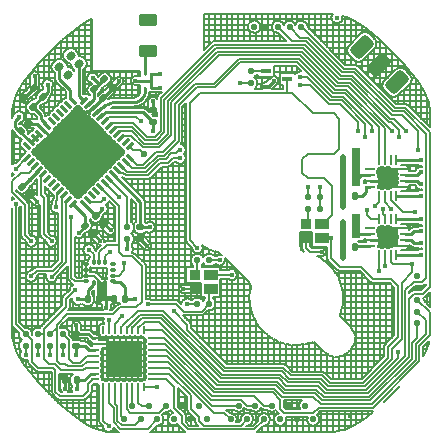
<source format=gtl>
G04*
G04 #@! TF.GenerationSoftware,Altium Limited,Altium Designer,20.0.13 (296)*
G04*
G04 Layer_Physical_Order=1*
G04 Layer_Color=255*
%FSLAX25Y25*%
%MOIN*%
G70*
G01*
G75*
%ADD10C,0.00787*%
%ADD11C,0.00984*%
%ADD12C,0.00591*%
G04:AMPARAMS|DCode=14|XSize=25.59mil|YSize=21.65mil|CornerRadius=5.41mil|HoleSize=0mil|Usage=FLASHONLY|Rotation=270.000|XOffset=0mil|YOffset=0mil|HoleType=Round|Shape=RoundedRectangle|*
%AMROUNDEDRECTD14*
21,1,0.02559,0.01083,0,0,270.0*
21,1,0.01476,0.02165,0,0,270.0*
1,1,0.01083,-0.00541,-0.00738*
1,1,0.01083,-0.00541,0.00738*
1,1,0.01083,0.00541,0.00738*
1,1,0.01083,0.00541,-0.00738*
%
%ADD14ROUNDEDRECTD14*%
%ADD15O,0.03347X0.00984*%
%ADD16O,0.00984X0.03347*%
%ADD17R,0.06693X0.06693*%
%ADD18R,0.00984X0.00984*%
G04:AMPARAMS|DCode=19|XSize=25.59mil|YSize=21.65mil|CornerRadius=5.41mil|HoleSize=0mil|Usage=FLASHONLY|Rotation=45.000|XOffset=0mil|YOffset=0mil|HoleType=Round|Shape=RoundedRectangle|*
%AMROUNDEDRECTD19*
21,1,0.02559,0.01083,0,0,45.0*
21,1,0.01476,0.02165,0,0,45.0*
1,1,0.01083,0.00905,0.00139*
1,1,0.01083,-0.00139,-0.00905*
1,1,0.01083,-0.00905,-0.00139*
1,1,0.01083,0.00139,0.00905*
%
%ADD19ROUNDEDRECTD19*%
G04:AMPARAMS|DCode=20|XSize=21.65mil|YSize=21.65mil|CornerRadius=5.41mil|HoleSize=0mil|Usage=FLASHONLY|Rotation=90.000|XOffset=0mil|YOffset=0mil|HoleType=Round|Shape=RoundedRectangle|*
%AMROUNDEDRECTD20*
21,1,0.02165,0.01083,0,0,90.0*
21,1,0.01083,0.02165,0,0,90.0*
1,1,0.01083,0.00541,0.00541*
1,1,0.01083,0.00541,-0.00541*
1,1,0.01083,-0.00541,-0.00541*
1,1,0.01083,-0.00541,0.00541*
%
%ADD20ROUNDEDRECTD20*%
%ADD21R,0.04528X0.03347*%
%ADD22R,0.03740X0.03347*%
%ADD23R,0.04528X0.03819*%
%ADD24R,0.03740X0.03819*%
%ADD25R,0.03347X0.01772*%
G04:AMPARAMS|DCode=26|XSize=21.65mil|YSize=21.65mil|CornerRadius=5.41mil|HoleSize=0mil|Usage=FLASHONLY|Rotation=0.000|XOffset=0mil|YOffset=0mil|HoleType=Round|Shape=RoundedRectangle|*
%AMROUNDEDRECTD26*
21,1,0.02165,0.01083,0,0,0.0*
21,1,0.01083,0.02165,0,0,0.0*
1,1,0.01083,0.00541,-0.00541*
1,1,0.01083,-0.00541,-0.00541*
1,1,0.01083,-0.00541,0.00541*
1,1,0.01083,0.00541,0.00541*
%
%ADD26ROUNDEDRECTD26*%
%ADD27O,0.01378X0.02362*%
%ADD28O,0.02362X0.01378*%
%ADD29O,0.00984X0.02756*%
%ADD30O,0.02756X0.00984*%
%ADD31R,0.12402X0.12402*%
G04:AMPARAMS|DCode=32|XSize=25.59mil|YSize=21.65mil|CornerRadius=5.41mil|HoleSize=0mil|Usage=FLASHONLY|Rotation=180.000|XOffset=0mil|YOffset=0mil|HoleType=Round|Shape=RoundedRectangle|*
%AMROUNDEDRECTD32*
21,1,0.02559,0.01083,0,0,180.0*
21,1,0.01476,0.02165,0,0,180.0*
1,1,0.01083,-0.00738,0.00541*
1,1,0.01083,0.00738,0.00541*
1,1,0.01083,0.00738,-0.00541*
1,1,0.01083,-0.00738,-0.00541*
%
%ADD32ROUNDEDRECTD32*%
%ADD33P,0.31180X4X180.0*%
G04:AMPARAMS|DCode=34|XSize=9.84mil|YSize=33.47mil|CornerRadius=0mil|HoleSize=0mil|Usage=FLASHONLY|Rotation=135.000|XOffset=0mil|YOffset=0mil|HoleType=Round|Shape=Round|*
%AMOVALD34*
21,1,0.02362,0.00984,0.00000,0.00000,225.0*
1,1,0.00984,0.00835,0.00835*
1,1,0.00984,-0.00835,-0.00835*
%
%ADD34OVALD34*%

G04:AMPARAMS|DCode=35|XSize=9.84mil|YSize=33.47mil|CornerRadius=0mil|HoleSize=0mil|Usage=FLASHONLY|Rotation=225.000|XOffset=0mil|YOffset=0mil|HoleType=Round|Shape=Round|*
%AMOVALD35*
21,1,0.02362,0.00984,0.00000,0.00000,315.0*
1,1,0.00984,-0.00835,0.00835*
1,1,0.00984,0.00835,-0.00835*
%
%ADD35OVALD35*%

G04:AMPARAMS|DCode=36|XSize=39.37mil|YSize=62.99mil|CornerRadius=9.84mil|HoleSize=0mil|Usage=FLASHONLY|Rotation=90.000|XOffset=0mil|YOffset=0mil|HoleType=Round|Shape=RoundedRectangle|*
%AMROUNDEDRECTD36*
21,1,0.03937,0.04331,0,0,90.0*
21,1,0.01968,0.06299,0,0,90.0*
1,1,0.01968,0.02165,0.00984*
1,1,0.01968,0.02165,-0.00984*
1,1,0.01968,-0.02165,-0.00984*
1,1,0.01968,-0.02165,0.00984*
%
%ADD36ROUNDEDRECTD36*%
G04:AMPARAMS|DCode=37|XSize=27.56mil|YSize=29.53mil|CornerRadius=6.89mil|HoleSize=0mil|Usage=FLASHONLY|Rotation=315.000|XOffset=0mil|YOffset=0mil|HoleType=Round|Shape=RoundedRectangle|*
%AMROUNDEDRECTD37*
21,1,0.02756,0.01575,0,0,315.0*
21,1,0.01378,0.02953,0,0,315.0*
1,1,0.01378,-0.00070,-0.01044*
1,1,0.01378,-0.01044,-0.00070*
1,1,0.01378,0.00070,0.01044*
1,1,0.01378,0.01044,0.00070*
%
%ADD37ROUNDEDRECTD37*%
G04:AMPARAMS|DCode=38|XSize=25.59mil|YSize=21.65mil|CornerRadius=5.41mil|HoleSize=0mil|Usage=FLASHONLY|Rotation=135.000|XOffset=0mil|YOffset=0mil|HoleType=Round|Shape=RoundedRectangle|*
%AMROUNDEDRECTD38*
21,1,0.02559,0.01083,0,0,135.0*
21,1,0.01476,0.02165,0,0,135.0*
1,1,0.01083,-0.00139,0.00905*
1,1,0.01083,0.00905,-0.00139*
1,1,0.01083,0.00139,-0.00905*
1,1,0.01083,-0.00905,0.00139*
%
%ADD38ROUNDEDRECTD38*%
%ADD66C,0.02165*%
%ADD67R,0.03150X0.12992*%
%ADD68R,0.03150X0.08268*%
G04:AMPARAMS|DCode=69|XSize=78.74mil|YSize=47.24mil|CornerRadius=11.81mil|HoleSize=0mil|Usage=FLASHONLY|Rotation=225.000|XOffset=0mil|YOffset=0mil|HoleType=Round|Shape=RoundedRectangle|*
%AMROUNDEDRECTD69*
21,1,0.07874,0.02362,0,0,225.0*
21,1,0.05512,0.04724,0,0,225.0*
1,1,0.02362,-0.02784,-0.01114*
1,1,0.02362,0.01114,0.02784*
1,1,0.02362,0.02784,0.01114*
1,1,0.02362,-0.01114,-0.02784*
%
%ADD69ROUNDEDRECTD69*%
%ADD70C,0.02362*%
%ADD71C,0.01772*%
%ADD72C,0.02165*%
G36*
X30413Y51968D02*
Y47244D01*
Y45866D01*
X36909D01*
Y47244D01*
X33760D01*
Y49114D01*
Y51968D01*
X30413D01*
D02*
G37*
D10*
X135264Y119617D02*
X135099Y120446D01*
X134630Y121149D01*
Y118086D02*
X135099Y118789D01*
X135264Y119617D01*
X132960Y122819D02*
X131989Y123379D01*
X130868D01*
X129897Y122819D01*
X127670Y114189D02*
X128641Y113628D01*
X129762D01*
X130733Y114189D01*
X137041Y91043D02*
X137822Y90686D01*
X138681Y90715D01*
Y90387D02*
X137800Y90412D01*
X137006Y90031D01*
X136474Y89328D01*
X133970Y110944D02*
X133065Y111319D01*
X134449Y89567D02*
X134045Y90541D01*
X133071Y90945D01*
X133970Y110944D02*
X133065Y111319D01*
X127165Y90238D02*
X128281Y89868D01*
X121149Y134630D02*
X120178Y135190D01*
X119057D01*
X118086Y134630D01*
X123453Y131429D02*
X123288Y132257D01*
X122819Y132960D01*
Y129897D02*
X123288Y130600D01*
X123453Y131429D01*
X126000Y118921D02*
X125440Y117951D01*
Y116830D01*
X126000Y115859D01*
X123879Y89900D02*
X125197Y90238D01*
X125197D02*
X126181Y89862D01*
X127165Y90238D01*
X114189Y130733D02*
X113628Y129762D01*
Y128641D01*
X114189Y127670D01*
X117333Y124035D02*
X116428Y124409D01*
X117333Y124035D02*
X116428Y124409D01*
X115859Y126000D02*
X116830Y125440D01*
X117951D01*
X118921Y126000D01*
X136474Y83900D02*
X137006Y83197D01*
X137800Y82816D01*
X138681Y82841D01*
Y82513D02*
X137822Y82543D01*
X137041Y82185D01*
Y71358D02*
X137822Y71001D01*
X138681Y71030D01*
Y70702D02*
X137822Y70731D01*
X137041Y70374D01*
X134358Y89075D02*
X134449Y89567D01*
X130537Y88189D02*
X130432Y87365D01*
X130789Y86614D01*
X128281Y89868D02*
X128550Y88706D01*
X129626Y88189D01*
X134449Y83661D02*
X134358Y84153D01*
X133071Y82284D02*
X134045Y82687D01*
X134449Y83661D01*
X130789Y86614D02*
X130432Y85864D01*
X130537Y85039D01*
X135925Y70374D02*
X134881Y69942D01*
Y63917D02*
X135925Y63484D01*
Y70374D02*
X134880Y69940D01*
Y63918D02*
X135925Y63484D01*
X137041D02*
X137822Y63127D01*
X138681Y63156D01*
Y62828D02*
X137822Y62857D01*
X137041Y62500D01*
X134449Y69882D02*
X134045Y70856D01*
X133071Y71260D01*
X134374Y69434D02*
X134449Y69882D01*
X130458Y68273D02*
X130789Y66929D01*
X134449Y63976D02*
X134374Y64424D01*
X133071Y62598D02*
X134045Y63002D01*
X134449Y63976D01*
X130789Y66929D02*
X130458Y65585D01*
X129528Y85039D02*
X128454Y84525D01*
X128182Y83366D01*
X125591Y85630D02*
X125158Y86674D01*
X124114Y87106D01*
Y84153D02*
X125158Y84586D01*
X125591Y85630D01*
X128182Y83366D02*
X127165Y82990D01*
X126181Y83366D01*
X125197Y82990D01*
X127165Y70553D02*
X128509Y70222D01*
X125197Y70553D02*
X126181Y70177D01*
X127165Y70553D01*
X125197Y82990D02*
X123879Y83328D01*
X123879Y70215D02*
X125197Y70553D01*
X123541Y88583D02*
X123917Y89567D01*
X123879Y89900D01*
X123833Y87106D02*
X123917Y87598D01*
X123541Y88583D01*
X119868Y86122D02*
X119873Y85123D01*
X123917Y83661D02*
X123833Y84153D01*
X119873Y85123D02*
X119193Y84842D01*
X123879Y83328D02*
X123917Y83661D01*
X123917Y69882D02*
X123879Y70215D01*
X119873Y85123D02*
X119193Y84842D01*
X119873Y85123D02*
X119193Y84842D01*
X126191Y67904D02*
X125787Y66948D01*
X125787D02*
X124705Y67421D01*
X126191Y67904D02*
X125787Y66948D01*
X128509Y63637D02*
X127165Y63305D01*
X126181Y63681D01*
X125197Y63305D01*
X124705Y64468D02*
X125749Y64901D01*
X126181Y65945D01*
X125197Y63305D02*
X123879Y63643D01*
X123541Y68898D02*
X123917Y69882D01*
X123833Y67421D02*
X123917Y67913D01*
X123541Y68898D01*
X123917Y63976D02*
X123833Y64468D01*
X119868Y66437D02*
Y65453D01*
X123879Y63643D02*
X123917Y63976D01*
X117706Y65453D02*
X117433Y65650D01*
X108863Y141328D02*
X108400Y140413D01*
X108489Y139392D01*
X109103Y138571D01*
X110058Y138198D01*
X111066Y138383D01*
X111825Y139073D01*
X112106Y140059D01*
X111965Y140773D01*
X100492Y137106D02*
X100266Y138046D01*
X99638Y138780D01*
X98744Y139148D01*
X97781Y139070D01*
X96958Y138563D01*
X96457Y137736D01*
X92520D02*
X91973Y138606D01*
X91075Y139106D01*
X90048Y139111D01*
X89145Y138621D01*
X88589Y137757D01*
X88518Y136732D01*
X88949Y135800D01*
X89776Y135190D01*
X90794Y135054D01*
X96457Y137736D02*
X95907Y138609D01*
X95004Y139108D01*
X93972D01*
X93069Y138609D01*
X92520Y137736D01*
X98195Y122237D02*
X97206Y122052D01*
X96457Y121383D01*
X90316Y118051D02*
X90748Y119095D01*
X90280Y120173D01*
X89173Y120568D01*
X88535Y120374D01*
X88228Y120138D01*
X86516Y118602D02*
X85581Y118269D01*
X85069Y117419D01*
X85210Y116437D01*
X84744Y137106D02*
X84507Y138067D01*
X83851Y138807D01*
X82926Y139158D01*
X81944Y139039D01*
X81130Y138477D01*
X80670Y137601D01*
Y136612D01*
X81130Y135736D01*
X81944Y135174D01*
X82926Y135054D01*
X83851Y135405D01*
X84507Y136146D01*
X84744Y137106D01*
X82675Y120276D02*
X83471Y120965D01*
X69390Y132382D02*
X68485Y132007D01*
X69390Y132382D02*
X68485Y132007D01*
X83661Y118848D02*
X83391Y119716D01*
X82675Y120276D01*
X82885Y116437D02*
X83453Y116996D01*
X83661Y117766D01*
X51378Y115307D02*
X51869Y115391D01*
X50670Y114192D02*
X50295Y113287D01*
X50670Y114192D02*
X50295Y113287D01*
Y112833D02*
X49638Y113592D01*
X48648Y113755D01*
X47782Y113247D01*
X47441Y112303D01*
X47736Y115392D02*
X48228Y115307D01*
X47736Y115392D02*
X48228Y115307D01*
X47736Y115392D02*
X48228Y115307D01*
X47736Y115392D02*
X48228Y115307D01*
X44333Y114236D02*
X44783Y115307D01*
X46418Y112145D02*
X46975Y112823D01*
X47390Y113596D01*
X47647Y114434D01*
X47736Y115307D01*
X101279Y66693D02*
X100876Y67667D01*
X99902Y68071D01*
X98927Y67667D01*
X98524Y66693D01*
X59941Y65847D02*
X60344Y64872D01*
X59237Y94587D02*
X59684Y95212D01*
X59842Y95965D01*
X59941Y65847D02*
X60344Y64872D01*
X59842Y93209D02*
X59684Y93961D01*
X59237Y94587D01*
X106595Y61910D02*
X106191Y62884D01*
X105217Y63287D01*
X98524Y63386D02*
X98927Y62411D01*
X98524Y63386D02*
X98927Y62411D01*
X65650Y63386D02*
X65454Y64218D01*
X61911Y63305D02*
X62195Y62393D01*
X62891Y61740D01*
X63820Y61516D01*
X64738Y61780D01*
X65406Y62462D01*
X65650Y63386D01*
X58385Y98018D02*
X58760Y98923D01*
X58385Y98018D02*
X58760Y98923D01*
X59842Y95965D02*
X59627Y96836D01*
X59030Y97507D01*
X58189Y97822D01*
X56609Y91929D02*
X57564Y91384D01*
X58661Y91470D01*
X59519Y92157D01*
X59842Y93209D01*
X54119Y90447D02*
X55023Y90821D01*
X54119Y90447D02*
X55023Y90821D01*
X48478Y107843D02*
X49560Y107923D01*
X50295Y108722D01*
X47441Y109252D02*
X47508Y108812D01*
X46615Y109705D02*
X45571Y110138D01*
X46616Y109704D02*
X45571Y110138D01*
X50295Y107241D02*
X49656Y107382D01*
X47235Y86221D02*
X48140Y86595D01*
X47235Y86221D02*
X48140Y86595D01*
X49705Y70177D02*
X49425Y71161D01*
X48671Y71850D01*
X47666Y72040D01*
X46712Y71673D01*
X48411Y64089D02*
X47979Y65133D01*
X46712Y68682D02*
X47666Y68315D01*
X48671Y68504D01*
X49425Y69194D01*
X49705Y70177D01*
X45891Y63045D02*
X46935Y62612D01*
X47979Y63045D01*
X48411Y64089D01*
X46712Y71673D02*
X46260Y72054D01*
Y78684D02*
X45826Y79729D01*
X46260Y78684D02*
X45827Y79728D01*
X45522Y68110D02*
X46712Y68682D01*
X138583Y50689D02*
X139487Y51064D01*
X138583Y50689D02*
X139487Y51064D01*
X139051Y46764D02*
X139783Y47127D01*
X139051Y46764D02*
X139783Y47127D01*
X139173Y46063D02*
X139051Y46764D01*
X121438Y52048D02*
X122343Y51673D01*
X121438Y52048D02*
X122343Y51673D01*
X135827Y49311D02*
X134922Y48936D01*
X135827Y49311D02*
X134922Y48936D01*
X126457Y31220D02*
X126083Y30315D01*
X126457Y31220D02*
X126083Y30315D01*
X110414Y55985D02*
X111319Y55610D01*
X110414Y55985D02*
X111319Y55610D01*
X105217Y60532D02*
X106191Y60935D01*
X106595Y61910D01*
X106988Y59941D02*
X107363Y59036D01*
X106988Y59941D02*
X107363Y59036D01*
X106318Y21771D02*
X105413Y22146D01*
X106318Y21771D02*
X105413Y22146D01*
X98542Y12500D02*
X97795Y11724D01*
X97540Y10678D01*
X97846Y9646D01*
X93274Y24330D02*
X92369Y24705D01*
X93274Y24330D02*
X92369Y24705D01*
X90103Y9328D02*
X90434Y8754D01*
X90103Y9328D02*
X90434Y8754D01*
X86959Y9449D02*
X87645Y8886D01*
X88503Y8663D01*
X89376Y8820D01*
X90103Y9328D01*
X84950Y9824D02*
X85855Y9449D01*
X84950Y9824D02*
X85855Y9449D01*
X100495Y7087D02*
X100300Y6058D01*
X100635Y5066D01*
X101412Y4365D01*
X102434Y4135D01*
X103437Y4435D01*
X104164Y5188D01*
X104429Y6201D01*
X104235Y7075D01*
X103689Y7785D01*
X93405Y6201D02*
X93206Y7087D01*
X90956Y8232D02*
X90024Y7796D01*
X89418Y6965D01*
X89288Y5945D01*
X89665Y4988D01*
X90457Y4332D01*
X91467Y4138D01*
X92445Y4455D01*
X93150Y5205D01*
X93405Y6201D01*
X81448Y9449D02*
X82273Y8822D01*
X83300Y8674D01*
X84269Y9044D01*
X84936Y9838D01*
X87894Y6201D02*
X87663Y7151D01*
X87021Y7888D01*
X86112Y8248D01*
X85139Y8150D01*
X84320Y7616D01*
X83838Y6765D01*
X83801Y5788D01*
X85767Y4135D02*
X86826Y4391D01*
X87607Y5150D01*
X87894Y6201D01*
X73032Y59252D02*
X72873Y60006D01*
X71916Y60963D02*
X70857Y61097D01*
X69897Y60630D01*
Y57874D02*
X70856Y57407D01*
X71914Y57540D01*
X72727Y58230D01*
X73032Y59252D01*
X77067Y54449D02*
X76763Y55471D01*
X75950Y56161D01*
X74891Y56294D01*
X73933Y55827D01*
X69534Y60630D02*
X68983Y61136D01*
X68258Y61319D01*
X67175D02*
X66308Y61048D01*
X65748Y60332D01*
X68258Y57185D02*
X68983Y57368D01*
X69534Y57874D01*
X65748Y58171D02*
X66308Y57456D01*
X67175Y57185D01*
X73933Y53071D02*
X74891Y52604D01*
X75950Y52737D01*
X76763Y53427D01*
X77067Y54449D01*
X69784Y45226D02*
X69600Y45951D01*
X69095Y46502D01*
X66339D02*
X65748Y45766D01*
X65748Y60332D02*
X65188Y61048D01*
X64321Y61319D01*
X65158Y57435D02*
X65748Y58171D01*
X63238Y61319D02*
X62159Y60872D01*
X61713Y59793D01*
Y58711D02*
X61896Y57986D01*
X62402Y57435D01*
X64213Y49705D02*
X63809Y50679D01*
X62835Y51083D01*
X46555Y57382D02*
X46180Y58287D01*
X46555Y57382D02*
X46180Y58287D01*
X62835Y48327D02*
X63809Y48730D01*
X64213Y49705D01*
X65748Y45766D02*
X65188Y46481D01*
X64321Y46752D01*
X63238D02*
X62513Y46569D01*
X61962Y46063D01*
X61599D02*
X60649Y46528D01*
X59599Y46404D01*
X58784Y45731D01*
X58465Y44723D01*
X59055Y51083D02*
X58081Y50679D01*
X57677Y49705D01*
X58081Y48730D01*
X59055Y48327D01*
X57696Y45491D02*
X56791Y45866D01*
X48706D02*
X47698Y46423D01*
X46555Y46283D01*
X57696Y45491D02*
X56791Y45866D01*
X79438Y9824D02*
X80343Y9449D01*
X79438Y9824D02*
X80343Y9449D01*
X68258Y42618D02*
X69337Y43065D01*
X69784Y44144D01*
X65158Y40846D02*
X66062Y41221D01*
X65158Y40846D02*
X66062Y41221D01*
X61614Y37697D02*
X61239Y38602D01*
X61614Y37697D02*
X61239Y38602D01*
X75936Y9449D02*
X76762Y8822D01*
X77788Y8674D01*
X78757Y9044D01*
X79424Y9838D01*
X82382Y6201D02*
X82162Y7129D01*
X81549Y7859D01*
X80673Y8236D01*
X79720Y8180D01*
X78895Y7703D01*
X78372Y6905D01*
X78262Y5958D01*
X80072Y4148D02*
X81205Y4335D01*
X82063Y5098D01*
X82382Y6201D01*
X76870D02*
X76551Y7304D01*
X75693Y8066D01*
X74560Y8253D01*
X76671Y5315D02*
X76870Y6201D01*
X62992Y5610D02*
X63367Y4705D01*
X62992Y5610D02*
X63367Y4705D01*
X60236Y9646D02*
X60611Y8741D01*
X60236Y9646D02*
X60611Y8741D01*
X54741Y9410D02*
X55001Y9036D01*
X54741Y9410D02*
X55001Y9036D01*
X46636Y32283D02*
X46260Y31299D01*
X46636Y30315D01*
X46275Y33480D02*
X46636Y32283D01*
Y30315D02*
X46260Y29331D01*
X46636Y28346D01*
X45079Y33841D02*
X46275Y33480D01*
X46636Y26378D02*
X46260Y25394D01*
X46636Y24409D01*
Y28346D02*
X46260Y27362D01*
X46636Y26378D01*
X52907Y8676D02*
X53917Y8809D01*
X54741Y9410D01*
X46636Y24409D02*
X46260Y23425D01*
X46636Y22441D01*
Y20472D02*
X46275Y19276D01*
X46636Y22441D02*
X46260Y21457D01*
X46636Y20472D01*
X46275Y19276D02*
X45079Y18915D01*
X59842Y7283D02*
X59468Y8188D01*
X59842Y7283D02*
X59468Y8188D01*
X57293Y4669D02*
X57658Y3918D01*
X57293Y4669D02*
X57658Y3918D01*
X55773Y8264D02*
X54842Y7973D01*
X54147Y7287D01*
X53845Y6359D01*
X54002Y5396D01*
X54583Y4612D01*
X55459Y4183D01*
X56435Y4203D01*
X57293Y4669D01*
X52461Y6201D02*
X52308Y6979D01*
X51874Y7643D01*
X50151Y4148D02*
X51284Y4335D01*
X52142Y5098D01*
X52461Y6201D01*
X47820Y1909D02*
X48149Y2146D01*
X47820Y1909D02*
X48149Y2146D01*
X43110Y120571D02*
X42243Y120289D01*
X41706Y119551D01*
Y118638D01*
X42243Y117900D01*
X43110Y117618D01*
X35178Y119655D02*
X34731Y120734D01*
X39159Y118884D02*
X38727Y119928D01*
X37683Y120360D01*
X36639Y119928D01*
X38727Y117840D02*
X39159Y118884D01*
X34731Y118577D02*
X35178Y119655D01*
X27051Y124769D02*
X26561Y125952D01*
X33966Y121500D02*
X32887Y121947D01*
X31808Y121500D01*
X30692Y120378D02*
X30233Y121258D01*
X29388Y121780D01*
X28395Y121795D01*
X27535Y121300D01*
X27049Y120434D01*
X27074Y119442D01*
X27604Y118602D01*
X28489Y118152D01*
X36014Y114929D02*
X36766Y115879D01*
X42285Y110433D02*
X43199Y110505D01*
X44091Y110719D01*
X44938Y111070D01*
X45720Y111549D01*
X46418Y112145D01*
X42285Y113386D02*
X43392Y113606D01*
X44330Y114233D01*
X36614Y113386D02*
X35761Y113343D01*
X34916Y113215D01*
X34088Y113003D01*
X36614Y110433D02*
X35706Y110359D01*
X34822Y110138D01*
X34488Y117776D02*
X34143Y117235D01*
X32430Y117096D02*
X33687Y117533D01*
X27432Y117095D02*
X26985Y116016D01*
X27432Y114938D01*
X31399Y115216D02*
X31846Y116295D01*
X25587Y126927D02*
X24261Y127411D01*
X22803Y129711D02*
X22053Y130144D01*
X21187D01*
X20437Y129711D01*
X24267Y127553D02*
X23777Y128736D01*
X19323Y128597D02*
X18890Y127847D01*
Y126981D01*
X19323Y126231D01*
X19045Y125952D02*
X18295Y126386D01*
X17428D01*
X16678Y125952D01*
X26561Y123586D02*
X27051Y124769D01*
X27800Y114319D02*
X26897Y114768D01*
X25916Y114533D01*
X24016Y110587D02*
X24978Y110157D01*
X23054D02*
X24016Y110587D01*
X21623Y124773D02*
X22107Y123447D01*
X21828Y123169D02*
X20503Y123653D01*
X20297Y125257D02*
X21623Y124773D01*
X20509Y123795D02*
X20019Y124978D01*
X19825Y113383D02*
X18865Y112952D01*
X18435Y111992D01*
X39327Y95276D02*
X38897Y94314D01*
Y96237D02*
X39327Y95276D01*
X38960Y86595D02*
X39865Y86221D01*
X38960Y86595D02*
X39865Y86221D01*
X36113Y99021D02*
X36543Y98059D01*
X37505Y97629D01*
X34721Y100413D02*
X35151Y99451D01*
X36113Y99021D01*
X33329Y101805D02*
X33759Y100843D01*
X34721Y100413D01*
X31937Y103197D02*
X32367Y102235D01*
X33329Y101805D01*
X37505Y97629D02*
X37935Y96667D01*
X38897Y96237D01*
Y94314D02*
X37935Y93884D01*
X37505Y92922D01*
X37505Y92922D02*
X36543Y92492D01*
X36113Y91530D01*
X36113Y91530D02*
X35151Y91100D01*
X34721Y90138D01*
X33759Y89708D01*
X33329Y88746D01*
X33329Y88746D02*
X32367Y88316D01*
X31937Y87354D01*
X43307Y72054D02*
X42732Y71495D01*
X42520Y70722D01*
X42520D02*
X42307Y71495D01*
X41732Y72054D01*
X33252Y77783D02*
X33936Y78241D01*
X34357Y78949D01*
X33929Y76343D02*
X33751Y77138D01*
X33252Y77783D01*
X32365Y74498D02*
X33165Y74835D01*
X33727Y75498D01*
X33929Y76343D01*
X36319Y69193D02*
X35886Y70237D01*
X31891Y73189D02*
X32338Y74267D01*
X33735Y72388D02*
X32922Y72803D01*
X32021Y72660D01*
X31376Y72014D01*
X31233Y71113D01*
X31647Y70300D01*
X29153Y105981D02*
X29583Y105019D01*
X30545Y104589D01*
X30545Y104589D02*
X30975Y103627D01*
X31937Y103197D01*
X31937Y87354D02*
X30975Y86924D01*
X30545Y85962D01*
X29583Y85532D01*
X29153Y84570D01*
X27340Y109060D02*
X28056Y108344D01*
X24978Y110157D02*
X25398Y109205D01*
X26342Y108767D01*
X27340Y109060D01*
X28056Y108343D02*
X27763Y107345D01*
X28201Y106401D01*
X29153Y105981D01*
X27340Y109060D02*
X28056Y108344D01*
X21662Y108765D02*
X22624Y109195D01*
X23054Y110157D01*
X20270Y107373D02*
X21232Y107803D01*
X21662Y108765D01*
X18878Y105981D02*
X19840Y106411D01*
X20270Y107373D01*
X17486Y104589D02*
X18448Y105019D01*
X18878Y105981D01*
X18878Y84570D02*
X18448Y85532D01*
X17486Y85962D01*
X28689Y72145D02*
X29768Y71698D01*
X30847Y72145D01*
X28794Y70823D02*
X28348Y71901D01*
X29153Y84570D02*
X28192Y84140D01*
X27762Y83178D01*
X28348Y69744D02*
X28794Y70823D01*
X27761Y83178D02*
X26800Y82748D01*
X26370Y81786D01*
X20270Y83178D02*
X19840Y84140D01*
X18878Y84570D01*
X21662Y81786D02*
X21232Y82748D01*
X20270Y83178D01*
X26370Y81786D02*
X25408Y81356D01*
X24978Y80394D01*
X24016Y79964D02*
X23054Y80394D01*
X26091Y68259D02*
X27303Y68700D01*
X24978Y80394D02*
X24016Y79964D01*
X23054Y80394D02*
X22624Y81356D01*
X21662Y81786D01*
X15565Y124839D02*
X15132Y124089D01*
Y123223D01*
X15565Y122473D01*
X16246Y119709D02*
X16678Y118665D01*
X16246Y119709D02*
X16680Y118663D01*
X15748Y117717D02*
X15479Y118683D01*
X14749Y119371D01*
X13768Y119583D01*
X12819Y119258D01*
X12175Y118489D01*
X12021Y117497D01*
X12402Y116569D01*
X15354D02*
X15748Y117717D01*
X11037Y120754D02*
X10605Y121798D01*
X11037Y120754D02*
X10605Y121798D01*
X12402Y116195D02*
X11279Y115749D01*
X10605Y115631D02*
X11037Y116675D01*
X10603Y115630D02*
X11037Y116675D01*
X14922Y114381D02*
X15354Y115425D01*
X14920Y114379D02*
X15354Y115425D01*
X14202Y112826D02*
X14649Y113905D01*
X18435Y111992D02*
X17474Y111561D01*
X17043Y110600D01*
X17043Y110600D02*
X16082Y110169D01*
X15652Y109208D01*
X16094Y103197D02*
X17056Y103627D01*
X17486Y104589D01*
X15652Y109208D02*
X14690Y108777D01*
X14260Y107816D01*
X11888Y111347D02*
X13158Y111782D01*
X10235Y114705D02*
X9800Y113435D01*
X13108Y107659D02*
X12676Y108703D01*
X13108Y107659D02*
X12674Y108705D01*
X14260Y107816D02*
X13108Y107153D01*
X11243Y110136D02*
X11303Y110558D01*
X10591Y121812D02*
X9786Y122225D01*
X8892Y122091D01*
X8243Y121460D01*
X8084Y120569D01*
X9203Y112837D02*
X7933Y112403D01*
X5044Y114247D02*
X4630Y113434D01*
X4773Y112533D01*
X5418Y111888D01*
X6319Y111745D01*
X7132Y112159D01*
X7654Y108436D02*
X8352Y108037D01*
X9155Y108048D01*
X6889Y111359D02*
X6442Y110280D01*
X6889Y109201D01*
X7927Y106254D02*
X6883Y105821D01*
X7927Y106254D02*
X6881Y105820D01*
X6830Y105768D02*
X6410Y104915D01*
X6598Y103982D01*
X7316Y103358D01*
X8265Y103301D01*
X6102Y106988D02*
X5871Y107889D01*
X5234Y108568D01*
X4349Y108855D01*
X3435Y108680D01*
X2718Y108086D01*
X2377Y107220D01*
X4465Y105133D02*
X5298Y105452D01*
X5889Y106121D01*
X6102Y106988D01*
X5847Y104135D02*
X5199Y104520D01*
X4445Y104547D01*
X16831Y100295D02*
X16426Y101311D01*
X15434Y101769D01*
X15354Y98819D02*
X16398Y99251D01*
X16831Y100295D01*
X15256Y101947D02*
X15847Y102457D01*
X16094Y103197D01*
X13775Y99253D02*
X14820Y98819D01*
X13776Y99251D02*
X14820Y98819D01*
X17486Y85962D02*
X17056Y86924D01*
X16094Y87354D01*
X15664Y88316D01*
X14702Y88746D01*
X14702Y88746D02*
X14272Y89708D01*
X13310Y90138D01*
X12880Y91100D01*
X11918Y91530D01*
X12868Y84127D02*
X13298Y83166D01*
X14260Y82736D01*
X11918Y99021D02*
X12658Y99269D01*
X13169Y99859D01*
X10526Y97629D02*
X11488Y98059D01*
X11918Y99021D01*
X9134Y96237D02*
X10096Y96667D01*
X10526Y97629D01*
X9222Y103301D02*
X8692Y102248D01*
X10526Y92922D02*
X10096Y93884D01*
X9134Y94314D01*
X11918Y91530D02*
X11488Y92492D01*
X10526Y92922D01*
X9134Y94314D02*
X8704Y95276D01*
X9134Y96237D01*
X15652Y81344D02*
X15846Y80689D01*
X15827Y79866D02*
X15453Y78961D01*
X14260Y82736D02*
X14690Y81774D01*
X15652Y81344D01*
X15827Y79866D02*
X15453Y78961D01*
Y78234D02*
X14938Y77396D01*
X14919Y76412D01*
X15403Y75555D01*
X16254Y75062D01*
X17238Y75070D01*
X9277Y81936D02*
X8232Y82368D01*
X9278Y81934D02*
X8232Y82368D01*
X13976Y79921D02*
X13602Y80826D01*
X13976Y79921D02*
X13602Y80826D01*
X9340Y77696D02*
X10384Y77264D01*
X9338Y77698D02*
X10384Y77264D01*
X10433D02*
X11417Y77640D01*
X7338Y102012D02*
X6891Y103091D01*
X8692Y102248D02*
X7952Y102000D01*
X7442Y101410D01*
X7274Y101577D02*
X7338Y102012D01*
X3968Y100168D02*
X4952Y99724D01*
X5354Y99322D02*
X4686Y98683D01*
X4530Y97771D01*
X4946Y96946D01*
X8139Y84271D02*
X9196Y84800D01*
X9725Y85857D01*
X4946Y93605D02*
X4582Y93006D01*
X2480Y102196D02*
X2924Y101212D01*
X3209Y91633D02*
X1908Y91163D01*
Y88365D02*
X2680Y87954D01*
X7383Y82736D02*
X7830Y83815D01*
X8183Y82368D02*
X7298Y82073D01*
X6766Y81305D01*
X6801Y80372D01*
X7389Y79647D01*
X7579Y77756D02*
X7204Y78661D01*
X7579Y77756D02*
X7204Y78661D01*
X4182Y81692D02*
X5260Y81245D01*
X6339Y81692D01*
X4429Y76490D02*
X4938Y77308D01*
X2603Y79643D02*
X1908Y79253D01*
X42520Y69632D02*
X42968Y68556D01*
X44045Y68110D01*
X45827Y67284D02*
X45014Y67698D01*
X44113Y67556D01*
X43468Y66910D01*
X43325Y66009D01*
X43740Y65196D01*
X42520Y66782D02*
X42249Y67649D01*
X41533Y68209D01*
X42248Y68767D01*
X42520Y69632D01*
X41929Y64493D02*
X42520Y65699D01*
X43031Y61436D02*
X42126Y61811D01*
X41903D02*
X42323Y62992D01*
X41929Y64140D01*
X43031Y61436D02*
X42126Y61811D01*
X33799Y68149D02*
X34843Y67716D01*
X35886Y68149D01*
X36319Y69193D01*
X33563Y65748D02*
X32746Y65453D01*
X32776Y65748D02*
X32343Y66792D01*
X33563Y65748D02*
X32746Y65453D01*
X37713Y45298D02*
X37890Y44779D01*
X35827Y44783D02*
X36304Y44863D01*
X35827Y44783D02*
X36304Y44863D01*
X37890Y44779D02*
X37087Y44409D01*
X37890Y44779D02*
X37087Y44409D01*
X34770Y42520D02*
X34941Y43209D01*
X33528Y56560D02*
X33490Y55809D01*
X33785Y55118D01*
X32087Y56816D02*
X32778Y56522D01*
X33528Y56560D01*
X33785Y55118D02*
X33465Y54134D01*
X33785Y53150D01*
X32131Y52972D02*
X31857Y53381D01*
X32131Y52972D02*
X31857Y53381D01*
X32513Y39961D02*
X32403Y38990D01*
X32797Y38097D01*
X31988Y43209D02*
X32159Y42520D01*
X32797Y38097D02*
X31866Y38129D01*
X31101Y37597D01*
X30807Y36713D01*
X30255Y64704D02*
X31585Y64299D01*
X30192Y68943D02*
X29379Y69358D01*
X28478Y69215D01*
X27832Y68570D01*
X27690Y67668D01*
X28104Y66855D01*
X30118Y56816D02*
X31102Y56496D01*
X32087Y56816D01*
X30198Y62913D02*
X29858Y62306D01*
X30198Y62913D02*
X29858Y62306D01*
X27854Y57091D02*
X28528Y56610D01*
X29349Y56510D01*
X30118Y56816D01*
X30199Y55039D02*
X29294Y55413D01*
X29528Y62697D02*
X29274Y63638D01*
X28581Y64323D01*
X27638Y64567D01*
X26700Y64303D01*
X26022Y63603D01*
X25788Y62657D01*
X26062Y61722D01*
X26769Y61051D01*
X27717Y60828D01*
X27854Y60232D02*
X27461Y59153D01*
Y58994D02*
X26557Y59350D01*
X25664Y58969D01*
X25295Y58071D01*
X30199Y55039D02*
X29294Y55413D01*
X30626Y44863D02*
X31102Y44783D01*
X29232Y46998D02*
X28740Y48120D01*
X27707Y43996D02*
X28785Y44443D01*
X29232Y45522D01*
X25289Y44783D02*
X25849Y44208D01*
X26624Y43996D01*
X43110Y33841D02*
X44094Y33465D01*
X45079Y33841D01*
X41142D02*
X42126Y33465D01*
X43110Y33841D01*
X39173D02*
X40157Y33465D01*
X41142Y33841D01*
X37205D02*
X38189Y33465D01*
X39173Y33841D01*
X35236D02*
X36220Y33465D01*
X37205Y33841D01*
X33268D02*
X34252Y33465D01*
X35236Y33841D01*
X33268Y30020D02*
X34172Y30395D01*
X34547Y31299D01*
X34172Y32204D01*
X33268Y32579D01*
X31711Y28346D02*
X32087Y29331D01*
X31916Y30020D01*
X31711Y26378D02*
X32087Y27362D01*
X31711Y28346D01*
Y24409D02*
X32087Y25394D01*
X31711Y26378D01*
X32087Y23425D02*
X31711Y24409D01*
X43110Y18915D02*
X42126Y19291D01*
X41142Y18915D01*
X37205D02*
X36220Y19291D01*
X35236Y18915D01*
X45079D02*
X44094Y19291D01*
X43110Y18915D01*
X41142D02*
X40157Y19291D01*
X39173Y18915D01*
X38189Y19291D01*
X37205Y18915D01*
X37161Y2146D02*
X37489Y1909D01*
X37161Y2146D02*
X37489Y1909D01*
X35236Y18915D02*
X34252Y19291D01*
X33268Y18915D01*
X32071Y19276D01*
X31711Y20472D02*
X32087Y21457D01*
X34451Y1979D02*
X35435Y2390D01*
X36034Y3273D01*
X32383Y3898D02*
X32711Y2779D01*
X33638Y2072D01*
X34451Y1979D01*
X31030Y32579D02*
X31201Y33268D01*
X30807Y34941D02*
X31220Y33917D01*
X32229Y33466D01*
X33268Y33841D01*
X31201Y33268D02*
X30768Y34312D01*
X29724Y34744D01*
X32087Y21457D02*
X31711Y22441D01*
X32087Y23425D01*
Y19488D02*
X31711Y20472D01*
X27793Y32225D02*
X28555Y31819D01*
X28506Y35688D02*
X27461Y36122D01*
X28505Y35690D02*
X27461Y36122D01*
X27795Y32224D02*
X28555Y31819D01*
X28543Y30807D01*
X27227Y31751D02*
X26181Y32185D01*
X27225Y31753D02*
X26181Y32185D01*
X30807Y16043D02*
X31004Y15307D01*
Y5807D02*
X31379Y4902D01*
X31004Y5807D02*
X31379Y4902D01*
X28365Y14745D02*
X28740Y15650D01*
X28365Y14745D02*
X28740Y15650D01*
X25787Y12697D02*
X26692Y13072D01*
X25787Y12697D02*
X26692Y13072D01*
X23031Y66956D02*
X23949Y66554D01*
X24941Y66683D01*
X25725Y67306D01*
X26076Y68244D01*
X25295Y54035D02*
X25349Y53669D01*
X25295Y54035D02*
X25349Y53669D01*
X25005Y53445D01*
X20472Y53445D02*
X20847Y52540D01*
X17028Y65551D02*
X16767Y66503D01*
X16058Y67190D01*
X15098Y67420D01*
X22090Y46659D02*
X22117Y45753D01*
X22567Y44967D01*
X23333Y44483D01*
X24237Y44417D01*
X25065Y44783D01*
X22287Y51125D02*
X21452Y50410D01*
X21162Y49350D01*
X24902Y37598D02*
X24620Y38466D01*
X23881Y39003D01*
X22969D01*
X22231Y38466D01*
X21949Y37598D01*
X20885Y42796D02*
X21260Y43701D01*
X20472Y53445D02*
X20847Y52540D01*
X13461Y54528D02*
X13293Y53598D01*
X13601Y52704D01*
X14306Y52075D01*
X15229Y51871D01*
X16133Y52145D01*
X16789Y52826D01*
X17028Y53740D01*
X20885Y42796D02*
X21260Y43701D01*
X19076Y47263D02*
X18701Y46358D01*
X19076Y47263D02*
X18701Y46358D01*
X11417Y68012D02*
X11792Y67107D01*
X11417Y68012D02*
X11792Y67107D01*
X10335Y65551D02*
X10074Y66503D01*
X9365Y67190D01*
X8405Y67420D01*
X13288Y65611D02*
X13514Y64660D01*
X14188Y63952D01*
X15128Y63681D01*
X16075Y63922D01*
X16772Y64608D01*
X17028Y65551D01*
X5020Y67716D02*
X5394Y66812D01*
X5020Y67716D02*
X5394Y66812D01*
X10260Y57087D02*
X9355Y56712D01*
X10260Y57087D02*
X9355Y56712D01*
X6595Y65611D02*
X6821Y64660D01*
X7495Y63952D01*
X8435Y63681D01*
X9382Y63922D01*
X10079Y64608D01*
X10335Y65551D01*
X8481Y55838D02*
X7533Y55614D01*
X6826Y54943D01*
X6552Y54008D01*
X6786Y53062D01*
X7464Y52362D01*
X8402Y52099D01*
X9345Y52342D01*
X10038Y53028D01*
X10292Y53969D01*
X1908Y37682D02*
X2245Y37087D01*
X1908Y37682D02*
X2245Y37087D01*
X1870Y37992D02*
X1908Y37682D01*
X1870Y37992D02*
X1908Y37682D01*
X21949Y34646D02*
X22381Y33602D01*
X23425Y33169D01*
X21949Y34646D02*
X22381Y33602D01*
X23425Y33169D01*
X22238Y32708D02*
X21869Y33483D01*
X22238Y32708D02*
X21869Y33483D01*
X25369Y32185D02*
X24163Y32776D01*
X22687D02*
X22238Y32708D01*
X22233Y21358D02*
X21665Y20799D01*
X21457Y20030D01*
X20965Y35187D02*
X20518Y36266D01*
X19439Y36713D01*
X17717Y21457D02*
X18209Y21358D01*
X17717Y21457D02*
X18209Y21358D01*
X21063Y19291D02*
X20781Y20159D01*
X20043Y20695D01*
X19130D01*
X18392Y20159D01*
X18110Y19291D01*
X21457Y18553D02*
X21984Y17400D01*
X21654Y16325D01*
X21999Y15256D01*
X20590D02*
X21063Y16339D01*
X18110D02*
X18583Y15256D01*
X15157Y15453D02*
X15532Y14548D01*
X17009Y13072D02*
X17913Y12697D01*
X17009Y13072D02*
X17913Y12697D01*
X11792Y37322D02*
X11446Y36688D01*
X11792Y37322D02*
X11446Y36688D01*
X10089Y36713D02*
X9010Y36266D01*
X8563Y35187D01*
X8116Y36266D01*
X7037Y36713D01*
X4429Y34104D02*
X4700Y33237D01*
X5416Y32677D01*
X4429Y30167D02*
X5049Y28940D01*
X5416Y32677D02*
X4700Y32118D01*
X4429Y31250D01*
X9627Y22520D02*
X10531Y22146D01*
X9627Y22520D02*
X10531Y22146D01*
X15157Y15453D02*
X15532Y14548D01*
X5049Y28940D02*
X4646Y28031D01*
X4767Y27044D01*
X5377Y26258D01*
X6303Y25896D01*
X7283Y26060D01*
Y25394D02*
X7658Y24489D01*
X7283Y25394D02*
X7658Y24489D01*
X134984Y121817D02*
X137233Y118839D01*
X135214Y120083D02*
X136294D01*
X138288Y117299D02*
X138665Y116748D01*
X137233Y118839D02*
X138288Y117299D01*
X132600Y124688D02*
X134984Y121817D01*
X134658Y118114D02*
X137729D01*
X139335Y115593D02*
X139916Y114391D01*
X138665Y116748D02*
X139335Y115593D01*
X140406Y113149D02*
X140801Y111874D01*
X139916Y114391D02*
X140406Y113149D01*
X130721Y114178D02*
X140000D01*
X132690Y116146D02*
X139014D01*
X129159Y112209D02*
X140697D01*
X130085Y127447D02*
X132600Y124688D01*
X130578Y123279D02*
Y126907D01*
X132546Y123143D02*
Y124747D01*
X127446Y130086D02*
X130085Y127447D01*
X128609Y121531D02*
Y128923D01*
X126641Y119562D02*
Y130820D01*
X133727Y122052D02*
X134790D01*
X134515Y121264D02*
Y122382D01*
X130733Y114189D02*
X134630Y118086D01*
X132960Y122819D02*
X134630Y121149D01*
X127190Y114178D02*
X127682D01*
X128609Y112759D02*
Y113637D01*
X141099Y110572D02*
X141299Y109252D01*
X140801Y111874D02*
X141099Y110572D01*
X141399Y107253D02*
Y107921D01*
X141299Y109252D02*
X141399Y107921D01*
X136642Y108272D02*
X141372D01*
X134673Y110240D02*
X141149D01*
X133970Y110944D02*
X141399Y103515D01*
X140420Y104494D02*
Y113103D01*
X140579Y104335D02*
X141399D01*
X138610Y106304D02*
X141399D01*
Y103515D02*
Y107253D01*
X138681Y90387D02*
Y90715D01*
X134031Y90556D02*
X138681D01*
X134515Y110399D02*
Y117971D01*
X138452Y106462D02*
Y117060D01*
X136483Y108431D02*
Y119832D01*
X130049Y111319D02*
X133065D01*
X130578D02*
Y114048D01*
X132546Y111319D02*
Y116003D01*
X136483Y89349D02*
Y91043D01*
X134515Y89075D02*
Y91043D01*
X131565D02*
X137041D01*
X131541Y90945D02*
X133071D01*
X118838Y137234D02*
X121817Y134985D01*
X120735Y134953D02*
Y135801D01*
X121817Y134985D02*
X124688Y132600D01*
X121149Y134630D02*
X122819Y132960D01*
X101603Y135831D02*
X120696D01*
X117299Y138288D02*
X118838Y137234D01*
X118767Y135090D02*
Y137283D01*
X123403Y131894D02*
X125463D01*
X122847Y129926D02*
X127606D01*
X124688Y132600D02*
X127446Y130086D01*
X121916Y133862D02*
X123168D01*
X122704Y133075D02*
Y134248D01*
X115593Y139336D02*
X116748Y138666D01*
X114391Y139917D02*
X115593Y139336D01*
X116748Y138666D02*
X117299Y138288D01*
X114830Y131373D02*
Y139705D01*
X113149Y140406D02*
X114391Y139917D01*
X111965Y140773D02*
X113149Y140406D01*
X112083Y139768D02*
X114699D01*
X114189Y130733D02*
X118086Y134630D01*
X116798Y133342D02*
Y138631D01*
X109477Y127957D02*
X113948D01*
X107508Y129926D02*
X113679D01*
X100372Y137800D02*
X118012D01*
X103571Y133862D02*
X117319D01*
X105540Y131894D02*
X115350D01*
X120879Y127957D02*
X129575D01*
X119316Y122052D02*
X129130D01*
X126000Y118921D02*
X129897Y122819D01*
X121285Y120083D02*
X127161D01*
X117348Y124020D02*
X133155D01*
X118910Y125988D02*
X131415D01*
X117333Y124035D02*
X130049Y111319D01*
X125222Y116146D02*
X125759D01*
X126000Y115859D02*
X127670Y114189D01*
X126641Y114727D02*
Y115219D01*
X123253Y118114D02*
X125490D01*
X118921Y126000D02*
X122819Y129897D01*
X120735Y120633D02*
Y127813D01*
X124672Y116696D02*
Y132613D01*
X122704Y118664D02*
Y129782D01*
X114189Y127670D02*
X115859Y126000D01*
X114830Y124409D02*
Y127030D01*
X116798Y124355D02*
Y125448D01*
X118767Y122601D02*
Y125859D01*
X111445Y125988D02*
X115871D01*
X113024Y124409D02*
X116428D01*
X138681Y82513D02*
Y82841D01*
X136483Y82185D02*
Y83879D01*
X136220Y89075D02*
X136474Y89328D01*
X134358Y84153D02*
X136220D01*
X134040Y82682D02*
X138681D01*
X136220Y84153D02*
X136474Y83900D01*
X138681Y70702D02*
Y71030D01*
X135925Y70374D02*
X137041D01*
X131565Y71358D02*
X137041D01*
X131565Y82185D02*
X137041D01*
X134031Y70871D02*
X138681D01*
X134358Y89075D02*
X136220D01*
X130578Y86307D02*
Y86922D01*
X129626Y88189D02*
X130537D01*
X128609Y84689D02*
Y88637D01*
X131541Y82284D02*
X133071D01*
X134515Y82185D02*
Y84153D01*
X129528Y85039D02*
X130537D01*
X131541Y71260D02*
X133071D01*
X136483Y70374D02*
Y71358D01*
X134374Y64424D02*
X134880Y63918D01*
X134374Y69434D02*
X134880Y69940D01*
X138681Y62828D02*
Y63156D01*
X136483Y62500D02*
Y63484D01*
X134040Y62997D02*
X138681D01*
X135925Y63484D02*
X137041D01*
X131565Y62500D02*
X137041D01*
X134515Y69575D02*
Y71358D01*
X130578Y66622D02*
Y67237D01*
X130108Y67923D02*
X130458Y68273D01*
X129114Y66929D02*
X130108Y67923D01*
X131541Y62598D02*
X133071D01*
X134515Y62500D02*
Y64283D01*
X129119Y66934D02*
X130785D01*
X129114Y66929D02*
X130458Y65585D01*
X125211Y86619D02*
X130786D01*
X125218Y84650D02*
X128568D01*
X126641Y83293D02*
Y89935D01*
X123545Y88587D02*
X128657D01*
X124672Y83293D02*
Y84263D01*
X128159Y69872D02*
X128509Y70222D01*
X124672Y86997D02*
Y89935D01*
X119193Y86122D02*
X119868D01*
X119193Y84842D02*
Y86122D01*
X126191Y67904D02*
X128159Y69872D01*
X126641Y68353D02*
Y70250D01*
X126191Y65955D02*
X128509Y63637D01*
X123545Y68902D02*
X127190D01*
X125809Y64965D02*
X127181D01*
X126641Y63608D02*
Y65505D01*
X123833Y64468D02*
X124705D01*
X123833Y67421D02*
X124705D01*
X124672D02*
Y70250D01*
X119193Y66437D02*
X119868D01*
X119193Y65650D02*
Y66437D01*
X124672Y63608D02*
Y64468D01*
X117433Y65650D02*
X119193D01*
X117706Y65453D02*
X119868D01*
X107920Y141399D02*
X108863Y141328D01*
X106956Y130478D02*
Y141399D01*
X104987Y132447D02*
Y141399D01*
X99082Y139066D02*
Y141399D01*
X97113Y138703D02*
Y141399D01*
X103019Y134415D02*
Y141399D01*
X101050Y136383D02*
Y141399D01*
X108924Y128509D02*
Y138727D01*
X112861Y124573D02*
Y140495D01*
X110893Y126541D02*
Y138308D01*
X100486Y136948D02*
X113024Y124409D01*
X96514Y123917D02*
X98195Y122237D01*
X95145Y139066D02*
Y141399D01*
X91208Y139066D02*
Y141399D01*
X93176Y138703D02*
Y141399D01*
X89239Y138703D02*
Y141399D01*
X87271Y132382D02*
Y141399D01*
X85302Y132382D02*
Y141399D01*
X91208Y132382D02*
Y134640D01*
X90794Y135054D02*
X93466Y132382D01*
X89239D02*
Y135509D01*
X84304Y135831D02*
X88925D01*
X84624Y137800D02*
X88604D01*
X89173Y123917D02*
X96514D01*
X97113Y122003D02*
Y123319D01*
X95145Y121555D02*
Y123917D01*
X93176Y121555D02*
Y123917D01*
X89173Y122052D02*
X97205D01*
X91208Y121555D02*
Y123917D01*
X91142Y121555D02*
X96457D01*
X91142Y117815D02*
Y121555D01*
Y117815D02*
X92421D01*
X90376Y118114D02*
X91142D01*
X92421Y116437D02*
Y117815D01*
X91208Y116437D02*
Y117815D01*
X90368Y120083D02*
X91142D01*
X88702Y116437D02*
X92421D01*
X89239Y120571D02*
Y123917D01*
X89173Y120568D02*
Y123917D01*
X83858Y120374D02*
X88535D01*
X83858D02*
Y120965D01*
X86692Y118602D02*
X88228Y120138D01*
X87271Y119181D02*
Y120374D01*
X88702Y116437D02*
X90316Y118051D01*
X89239Y116437D02*
Y116974D01*
X83661Y118114D02*
X85419D01*
X85302Y117967D02*
Y120374D01*
X83334Y139066D02*
Y141399D01*
X81365Y138703D02*
Y141399D01*
X79397Y132382D02*
Y141399D01*
X65945Y139768D02*
X108389D01*
X65945Y141399D02*
X107920D01*
X65945Y137800D02*
X80730D01*
X77428Y132382D02*
Y141399D01*
X83334Y132382D02*
Y135146D01*
X81365Y132382D02*
Y135509D01*
X83471Y120965D02*
X83858D01*
X65945Y133862D02*
X91985D01*
X65945Y135831D02*
X81050D01*
X69390Y132382D02*
X93466D01*
X71523D02*
Y141399D01*
X69554Y132382D02*
Y141399D01*
X75460Y132382D02*
Y141399D01*
X73491Y132382D02*
Y141399D01*
X67586Y131108D02*
Y141399D01*
X65945Y129467D02*
Y141399D01*
Y131894D02*
X68372D01*
X65945Y129467D02*
X68485Y132007D01*
X65945Y129926D02*
X66403D01*
X44783Y121405D02*
Y122244D01*
X44783Y120571D02*
Y122244D01*
X43964Y120571D02*
Y122244D01*
X83032Y120083D02*
X88172D01*
X83334Y119793D02*
Y120758D01*
X83661Y117766D02*
Y118848D01*
X83334Y116437D02*
Y116821D01*
X82885Y116437D02*
X85210D01*
X50670Y114192D02*
X51869Y115391D01*
X48228Y115307D02*
X51378D01*
X47587Y114178D02*
X50656D01*
X44783Y115328D02*
Y116783D01*
X44783Y115322D02*
Y117618D01*
X43964Y113923D02*
Y117618D01*
X49869Y113432D02*
Y115307D01*
X47901Y113374D02*
Y115344D01*
X50295Y112833D02*
Y113287D01*
X47441Y109252D02*
Y112303D01*
X46481Y112209D02*
X47441D01*
X101050Y67454D02*
Y68721D01*
X99082Y67800D02*
Y68721D01*
X101969Y63799D02*
Y68721D01*
X101258Y66934D02*
X101969D01*
X98076Y68721D02*
X101969D01*
X98076Y66934D02*
X98545D01*
X98076Y64005D02*
Y68721D01*
X101279Y64965D02*
X101969D01*
X98076D02*
X98524D01*
X101969Y63799D02*
X106988D01*
X101279Y63957D02*
Y66693D01*
X65617Y63733D02*
Y64086D01*
X65454Y64218D02*
X66090Y63701D01*
X58760Y110240D02*
X59941D01*
X58760Y110311D02*
X59941Y111492D01*
Y65847D02*
Y111492D01*
X59712Y96652D02*
Y111263D01*
X58760Y106304D02*
X59941D01*
X58760Y108272D02*
X59941D01*
X58760Y104335D02*
X59941D01*
X59332Y94493D02*
X59941D01*
X59712Y93896D02*
Y95277D01*
X58760Y100398D02*
X59941D01*
X58760Y102366D02*
X59941D01*
X103019Y63287D02*
Y63799D01*
X101279Y63957D02*
X101949Y63287D01*
X104987D02*
Y63799D01*
X98524Y63386D02*
Y66693D01*
X106063Y62997D02*
X106988D01*
X101949Y63287D02*
X105217D01*
X98927Y62411D02*
X99284Y62055D01*
X98959Y62248D02*
X99271Y62060D01*
X98454Y62767D02*
X98684Y62485D01*
X98275Y63084D02*
X98454Y62767D01*
X98684Y62485D02*
X98959Y62248D01*
X98152Y63426D02*
X98275Y63084D01*
X98084Y63823D02*
X98152Y63426D01*
X66356Y63522D02*
X67583Y62843D01*
X65609Y62997D02*
X67306D01*
X60344Y64872D02*
X61911Y63305D01*
X70339Y62056D02*
X70695Y61942D01*
X69515Y62187D02*
X70173Y62088D01*
X70996Y61790D02*
X71298Y61571D01*
X70695Y61942D02*
X70996Y61790D01*
X67876Y62713D02*
X69204Y62262D01*
X67586Y61319D02*
Y62842D01*
X67175Y61319D02*
X68258D01*
X58661Y98430D02*
X59941D01*
X58760Y98923D02*
Y110311D01*
X56131Y91929D02*
X56609D01*
X55023Y90821D02*
X56131Y91929D01*
X54635Y90556D02*
X59941D01*
X51991Y90447D02*
X54119D01*
X48163Y86619D02*
X59941D01*
X50132Y88587D02*
X59941D01*
X48140Y86595D02*
X51991Y90447D01*
X46616Y109704D02*
X47508Y108812D01*
X45932Y110093D02*
Y111711D01*
X43964Y110138D02*
Y110679D01*
X49869Y107367D02*
Y108123D01*
X48938Y107382D02*
X49656D01*
X50295Y107241D02*
Y108722D01*
X48478Y107843D02*
X48938Y107382D01*
X46260Y72839D02*
X59941D01*
X46260Y74808D02*
X59941D01*
X49571Y70871D02*
X59941D01*
X46259Y78745D02*
X59941D01*
X44842Y80713D02*
X59941D01*
X46260Y76776D02*
X59941D01*
X48123Y64965D02*
X60260D01*
X49203Y68902D02*
X59941D01*
X47928Y62997D02*
X61950D01*
X46178Y66934D02*
X59941D01*
X46260Y72054D02*
Y78684D01*
X45932Y79611D02*
Y86221D01*
X47901Y72046D02*
Y86407D01*
X43964Y81591D02*
Y86221D01*
X45932Y67179D02*
Y68167D01*
X45827Y67284D02*
X47979Y65133D01*
X47901Y65211D02*
Y68308D01*
X44045Y68110D02*
X45522D01*
X43964Y67468D02*
Y68112D01*
X43740Y65196D02*
X45891Y63045D01*
X139862Y50825D02*
Y51438D01*
X139487Y51064D02*
X139862Y51438D01*
X139783Y47127D02*
X141399Y48743D01*
X136357Y50689D02*
X138583D01*
X138348Y49311D02*
X139862Y50825D01*
X138452Y49415D02*
Y50689D01*
X139699Y45280D02*
X141399D01*
X139904Y47249D02*
X141399D01*
X139159Y45820D02*
X141399Y43580D01*
X140420Y44559D02*
Y47764D01*
X127816Y51673D02*
X129429Y50060D01*
X122343Y51673D02*
X127816D01*
X136483Y49311D02*
Y50689D01*
X134350Y48683D02*
X136357Y50689D01*
X117876Y55610D02*
X121438Y52048D01*
X135827Y49311D02*
X138348D01*
X134885Y49217D02*
X135345D01*
X134515Y48529D02*
Y48847D01*
X134350Y48365D02*
Y48683D01*
Y48365D02*
X134922Y48936D01*
X141399Y43580D02*
Y48743D01*
X129429Y34191D02*
Y50060D01*
X128609Y33371D02*
Y50881D01*
X126641Y31403D02*
Y51673D01*
X114581Y37406D02*
X129429D01*
X112612Y39375D02*
X129429D01*
X126457Y31220D02*
X129429Y34191D01*
X115821Y35438D02*
X129429D01*
X140801Y31435D02*
X140970Y32172D01*
X140298Y31501D02*
X140816D01*
X140406Y30159D02*
X140801Y31435D01*
X140420Y30205D02*
Y31622D01*
X116208Y33469D02*
X128707D01*
X115960Y31501D02*
X126738D01*
X139075Y30277D02*
X140970Y32172D01*
X124672Y25879D02*
Y51673D01*
X122704Y23911D02*
Y51673D01*
X120735Y21942D02*
Y52751D01*
X118767Y19974D02*
Y54719D01*
X114830Y37149D02*
Y55610D01*
X112861Y39126D02*
Y55610D01*
X116798Y19681D02*
Y55610D01*
X116208Y32666D02*
Y33807D01*
X115851Y35375D02*
X116147Y34274D01*
X115101Y36799D02*
X115671Y35811D01*
X114411Y37576D02*
X114814Y37173D01*
X115851Y31097D02*
X116147Y32199D01*
X111319Y55610D02*
X117876D01*
X110893Y53117D02*
Y55683D01*
X107363Y59036D02*
X110414Y55985D01*
X108564Y56767D02*
X109771Y55161D01*
X109789Y55123D02*
X118363D01*
X109913Y54940D02*
X110874Y53177D01*
X112085Y49217D02*
X129429D01*
X111751Y50802D02*
X112166Y48836D01*
X112284Y47249D02*
X129429D01*
X112201Y48576D02*
X112327Y46572D01*
X111629Y51186D02*
X128304D01*
X110881Y53154D02*
X120332D01*
X110982Y52938D02*
X111678Y51054D01*
X106276Y61028D02*
X106988D01*
Y59941D02*
Y63799D01*
X106956Y58384D02*
Y63799D01*
X103705Y60532D02*
X105217D01*
X103705D02*
X104926Y59881D01*
X104987Y59831D02*
Y60532D01*
X108264Y57091D02*
X109308D01*
X108924Y56287D02*
Y57475D01*
X106072Y59060D02*
X107340D01*
X105148Y59741D02*
X106765Y58549D01*
X106964Y58378D02*
X108391Y56965D01*
X112239Y45280D02*
X129429D01*
X112158Y44308D02*
X112324Y46309D01*
X111946Y43312D02*
X129429D01*
X111662Y42092D02*
X112117Y44048D01*
X111389Y41343D02*
X129429D01*
X111242Y40968D02*
X111584Y41841D01*
X111300Y40687D02*
X114411Y37576D01*
X102621Y32007D02*
X105732Y28897D01*
X101532Y31749D02*
X102340Y32066D01*
X103019Y22146D02*
Y31610D01*
X101050Y22146D02*
Y31615D01*
X100580Y31501D02*
X103128D01*
X99486Y31234D02*
X101300Y31675D01*
X97389Y31000D02*
X99246Y31193D01*
X87477Y34007D02*
X89046Y32995D01*
X85864Y35366D02*
X87281Y34152D01*
X87271Y24705D02*
Y34162D01*
X85302Y24705D02*
Y35972D01*
X62826Y35438D02*
X85808D01*
X84448Y36931D02*
X85689Y35537D01*
X64794Y33469D02*
X88311D01*
X93196Y31385D02*
X95037Y31075D01*
X91177Y31998D02*
X92959Y31442D01*
X93176Y24418D02*
Y31393D01*
X91208Y24705D02*
Y31988D01*
X66763Y31501D02*
X92772D01*
X89259Y32877D02*
X90950Y32086D01*
X89239Y24705D02*
Y32892D01*
X139916Y28917D02*
X140406Y30159D01*
X139075Y29532D02*
X140159D01*
X139075Y27266D02*
Y30277D01*
X126083Y27290D02*
Y30315D01*
X114976Y29532D02*
X126083D01*
X115101Y29674D02*
X115671Y30662D01*
X114830Y19681D02*
Y29324D01*
X114007Y28494D02*
X114814Y29300D01*
X139335Y27715D02*
X139916Y28917D01*
X112431Y27564D02*
X126083D01*
X139075Y27266D02*
X139335Y27715D01*
X118473Y19681D02*
X126083Y27290D01*
X106431Y21658D02*
X120451D01*
X108399Y19690D02*
X118482D01*
X108408Y19681D02*
X118473D01*
X112646Y27637D02*
X113633Y28207D01*
X107932Y27456D02*
X109034Y27161D01*
X112861Y19681D02*
Y27761D01*
X106956Y21133D02*
Y27949D01*
X106509Y28207D02*
X107496Y27637D01*
X105732Y28897D02*
X106135Y28494D01*
X104987Y22146D02*
Y29641D01*
X111109Y27161D02*
X112210Y27456D01*
X109501Y27099D02*
X110641D01*
X110893Y19681D02*
Y27147D01*
X108924Y19681D02*
Y27190D01*
X106318Y21771D02*
X108408Y19681D01*
X130085Y15861D02*
X131324Y17220D01*
X127446Y13222D02*
X130085Y15861D01*
X126088Y11984D02*
X131324Y17220D01*
X126088Y11984D02*
X127446Y13222D01*
X121817Y8324D02*
X122456Y8854D01*
X104758Y8854D02*
X122428D01*
X118767Y6025D02*
Y8854D01*
X118838Y6074D02*
X121817Y8324D01*
X120735Y7507D02*
Y8854D01*
X117299Y5020D02*
X118838Y6074D01*
X116798Y4677D02*
Y8854D01*
X103782Y7879D02*
X121227D01*
X104409Y5910D02*
X118598D01*
X116748Y4642D02*
X117299Y5020D01*
X114830Y3604D02*
Y8854D01*
X112861Y2813D02*
Y8854D01*
X110893Y2282D02*
Y8854D01*
X108924Y1984D02*
Y8854D01*
X104987Y1909D02*
Y8854D01*
X103689Y7785D02*
X104758Y8854D01*
X106956Y1909D02*
Y8854D01*
X115593Y3973D02*
X116748Y4642D01*
X114391Y3391D02*
X115593Y3973D01*
X113149Y2902D02*
X114391Y3391D01*
X111873Y2507D02*
X113149Y2902D01*
X110572Y2209D02*
X111873Y2507D01*
X109251Y2009D02*
X110572Y2209D01*
X107920Y1909D02*
X109251Y2009D01*
X93977Y23627D02*
X122419D01*
X95280Y31051D02*
X97145Y30991D01*
X99082Y22146D02*
Y31176D01*
X97113Y22146D02*
Y30992D01*
X70700Y27564D02*
X107711D01*
X68731Y29532D02*
X105096D01*
X72668Y25595D02*
X124388D01*
X93274Y24330D02*
X95458Y22146D01*
X105413D01*
X93161Y9646D02*
X97846D01*
X97113D02*
Y12500D01*
X92618D02*
X98542D01*
X92618Y11816D02*
X97848D01*
X92960Y9847D02*
X97737D01*
X95145Y22459D02*
Y31078D01*
X92618Y10189D02*
Y12500D01*
X95145Y9646D02*
Y12500D01*
X93176Y9646D02*
Y12500D01*
X73559Y24705D02*
X92369D01*
X92618Y10189D02*
X93161Y9646D01*
X85855Y9449D02*
X86959D01*
X99082Y1909D02*
Y7087D01*
X95145Y1909D02*
Y7087D01*
X93206D02*
X100495D01*
X93385Y5910D02*
X100316D01*
X97113Y1909D02*
Y7087D01*
X103019Y1909D02*
Y4241D01*
X101050Y1909D02*
Y4604D01*
X85574Y3941D02*
X115529D01*
X83605Y1973D02*
X108774D01*
X83539Y1909D02*
X107920D01*
X90434Y8754D02*
X90956Y8232D01*
X87034Y7879D02*
X90131D01*
X89239Y1909D02*
Y8768D01*
X87271Y7680D02*
Y9131D01*
X85302Y8200D02*
Y9574D01*
X93176Y1909D02*
Y5254D01*
X87873Y5910D02*
X89292D01*
X91208Y1909D02*
Y4138D01*
X87271Y1909D02*
Y4722D01*
X83582Y1950D02*
X85767Y4135D01*
X85302Y1909D02*
Y3670D01*
X73022Y59060D02*
X73819D01*
X75460Y56300D02*
Y57419D01*
X73491Y55827D02*
Y59388D01*
X71423Y61456D02*
X71916Y60963D01*
X71523Y55827D02*
Y57417D01*
X76941Y55123D02*
X77756D01*
X71457Y55827D02*
Y57106D01*
X76546Y53154D02*
X79725D01*
X71457Y57091D02*
X75788D01*
X65748Y57106D02*
X71457D01*
Y55827D02*
X73933D01*
X69154Y61028D02*
X70576D01*
X69554Y60630D02*
Y62181D01*
X69534Y60630D02*
X69897D01*
X65217Y61028D02*
X66279D01*
X65617Y60598D02*
Y63039D01*
X69534Y57874D02*
X69897D01*
X67175Y57185D02*
X68258D01*
X69554Y57106D02*
Y57874D01*
X65617Y57106D02*
Y57906D01*
X65158Y57106D02*
X65748D01*
X81358Y51291D02*
X81506Y50782D01*
X81059Y51797D02*
X81358Y51291D01*
X81365Y49402D02*
Y51266D01*
X79397Y24705D02*
Y53482D01*
X72873Y60006D02*
X80882Y51997D01*
X77428Y24705D02*
Y55451D01*
X75460Y24705D02*
Y52597D01*
X81506Y50782D02*
X81524Y50195D01*
X81292Y49076D02*
X81483Y49932D01*
X81099Y46975D02*
X81256Y48835D01*
X81095Y46731D02*
X81191Y44867D01*
X71457Y51186D02*
X81388D01*
X71457Y49217D02*
X81324D01*
X71457Y47249D02*
X81122D01*
X71457Y53071D02*
X73933D01*
X71457Y52658D02*
Y53071D01*
X73491Y24772D02*
Y53071D01*
X71523Y26741D02*
Y53071D01*
X71457Y51791D02*
Y52658D01*
Y51791D02*
Y52658D01*
Y46870D02*
Y51791D01*
X69095Y46870D02*
X71457D01*
X69095Y46502D02*
Y46870D01*
X69554Y46031D02*
Y46870D01*
X66339Y46502D02*
Y46870D01*
X65617Y46031D02*
Y46870D01*
X63238Y61319D02*
X64321D01*
X65158Y57106D02*
Y57435D01*
X45408Y59060D02*
X61713D01*
X62402Y57106D02*
Y57435D01*
X65158Y57106D02*
X65748D01*
X60039D02*
X62402D01*
X63649Y50817D02*
Y51791D01*
X46555Y51186D02*
X64961D01*
X60039Y51791D02*
X64961D01*
X59055Y51083D02*
X62835D01*
X61713Y58711D02*
Y59793D01*
X61680Y57106D02*
Y63537D01*
X59712Y51083D02*
Y92521D01*
X57743Y50126D02*
Y91353D01*
X45932Y58535D02*
Y63005D01*
X43964Y60503D02*
Y64972D01*
X46555Y55123D02*
X60039D01*
X46555Y57091D02*
X60039D01*
X61680Y51083D02*
Y51791D01*
X60039D02*
Y57106D01*
X46555Y53154D02*
X60039D01*
X46555Y49217D02*
X57766D01*
X64123D02*
X64961D01*
Y46870D02*
Y51791D01*
X63649Y46752D02*
Y48593D01*
X59055Y48327D02*
X62835D01*
X59712Y46448D02*
Y48327D01*
X61680Y46063D02*
Y48327D01*
X64961Y46870D02*
X66339D01*
X63238Y46752D02*
X64321D01*
X46555Y47249D02*
X64961D01*
X61599Y46063D02*
X61962D01*
X55775Y45866D02*
Y91573D01*
X53806Y45866D02*
Y90447D01*
X51838Y45866D02*
Y90293D01*
X47901Y46371D02*
Y62972D01*
X46555Y46283D02*
Y57382D01*
X49869Y45866D02*
Y88324D01*
X57743Y45444D02*
Y49284D01*
X57907Y45280D02*
X58562D01*
X57696Y45491D02*
X58465Y44723D01*
X48706Y45866D02*
X56791D01*
X81628Y42555D02*
X82218Y40784D01*
X81220Y44625D02*
X81566Y42791D01*
X82311Y40558D02*
X83134Y38883D01*
X81365Y24705D02*
Y43856D01*
X69783Y45280D02*
X81170D01*
X69784Y44144D02*
Y45226D01*
X66184Y41343D02*
X82032D01*
X69537Y43312D02*
X81468D01*
X83257Y38672D02*
X84298Y37124D01*
X83334Y24705D02*
Y38558D01*
X61614Y37406D02*
X84109D01*
X60466Y39375D02*
X82893D01*
X61614Y36649D02*
X73559Y24705D01*
X67459Y42618D02*
X68258D01*
X69554Y28709D02*
Y43339D01*
X67586Y30678D02*
Y42618D01*
X66062Y41221D02*
X67459Y42618D01*
X61680Y36583D02*
Y40846D01*
X61614Y36649D02*
Y37697D01*
X65617Y32646D02*
Y40932D01*
X63649Y34615D02*
Y40846D01*
X60236Y9646D02*
Y13643D01*
X80343Y9449D02*
X81448D01*
X81365Y7981D02*
Y9449D01*
X81522Y7879D02*
X84619D01*
X83334Y5320D02*
Y8678D01*
X79397Y8053D02*
Y9782D01*
X82361Y5910D02*
X83780D01*
X82147Y4134D02*
X83801Y5788D01*
X80058Y4134D02*
X82147D01*
X76010Y7879D02*
X79108D01*
X76850Y5910D02*
X78215D01*
X77620Y5315D02*
X78262Y5958D01*
X75460Y8161D02*
Y9449D01*
X73444Y9369D02*
X74560Y8253D01*
X77428Y5315D02*
Y8666D01*
X73357Y9449D02*
X75936D01*
X60611Y8741D02*
X62992Y6360D01*
X61680Y4134D02*
Y7672D01*
X76671Y5315D02*
X77620D01*
X62992Y5610D02*
Y6360D01*
X63367Y4705D02*
X63938Y4134D01*
X61062D02*
X63938D01*
X59252Y40846D02*
X65158D01*
X59712Y40129D02*
Y40846D01*
X58961Y40880D02*
X61239Y38602D01*
X57743Y9913D02*
Y16136D01*
X57185Y13784D02*
X60095D01*
X57185Y15753D02*
X58127D01*
X57185Y16694D02*
X60236Y13643D01*
X57185Y10471D02*
Y16694D01*
X57809Y9847D02*
X60236D01*
X57185Y11816D02*
X60236D01*
X55001Y9036D02*
X55773Y8264D01*
X45932Y19286D02*
Y33470D01*
X44209Y33469D02*
X45948D01*
X43964Y19286D02*
Y33470D01*
X59696Y7879D02*
X61473D01*
X59712Y7847D02*
Y14168D01*
X59842Y5910D02*
X62992D01*
X59842Y5353D02*
Y7283D01*
X57185Y10471D02*
X59468Y8188D01*
X59842Y5353D02*
X61062Y4134D01*
X57658Y3918D02*
X59627Y1950D01*
X57743Y1909D02*
Y3833D01*
X47933Y1973D02*
X59603D01*
X47820Y1909D02*
X59670D01*
X52109Y7879D02*
X54698D01*
X52440Y5910D02*
X53859D01*
X53806Y1909D02*
Y8768D01*
X51874Y7643D02*
X52907Y8676D01*
X49944Y3941D02*
X57635D01*
X55775Y1909D02*
Y4138D01*
X51838Y1909D02*
Y4722D01*
X49869Y1909D02*
Y3867D01*
X48149Y2146D02*
X50151Y4148D01*
X43110Y120571D02*
X44783D01*
X38058Y120311D02*
Y122244D01*
X41995Y120062D02*
Y122244D01*
X28543D02*
X44783D01*
X36090Y119378D02*
Y122244D01*
X38544Y120083D02*
X42014D01*
X38943Y118114D02*
X42006D01*
X43110Y117618D02*
X44783D01*
X35117Y120083D02*
X36822D01*
X34488Y117776D02*
X36639Y119928D01*
X32153Y121758D02*
Y122244D01*
X28543D02*
Y139736D01*
X30184Y121309D02*
Y122244D01*
X28216Y121739D02*
Y139578D01*
X27714Y139336D02*
X28543Y139736D01*
X26874Y124020D02*
X28543D01*
X34121Y121344D02*
Y122244D01*
X34269Y118114D02*
X34826D01*
X33966Y121500D02*
X34731Y120734D01*
X30764Y120456D02*
X31808Y121500D01*
X28216Y117879D02*
Y118230D01*
X37033Y116146D02*
X44783D01*
X38058Y113386D02*
Y117171D01*
X41995Y113386D02*
Y118127D01*
X40027Y113386D02*
Y122244D01*
X36766Y115879D02*
X38727Y117840D01*
X33687Y117533D02*
X34731Y118577D01*
X36090Y113370D02*
Y114971D01*
X35262Y114178D02*
X44273D01*
X36614Y113386D02*
X42285D01*
X34088Y113003D02*
X36014Y114929D01*
X34121Y117212D02*
Y117967D01*
X31832Y116498D02*
X32430Y117096D01*
X27432Y117095D02*
X28476Y118139D01*
X30752Y113844D02*
X34143Y117235D01*
X31838Y116146D02*
X33055D01*
X32153Y115244D02*
Y116819D01*
X30752Y114570D02*
X31399Y115216D01*
X30752Y114178D02*
X31086D01*
X27432Y114938D02*
X27800Y114570D01*
X30752Y113844D02*
Y114570D01*
X26559Y138666D02*
X27714Y139336D01*
X26008Y138288D02*
X26559Y138666D01*
X25295Y137800D02*
X28543D01*
X26247Y126267D02*
Y138452D01*
X22611Y135831D02*
X28543D01*
X24469Y137234D02*
X26008Y138288D01*
X21490Y134985D02*
X24469Y137234D01*
X24279Y127412D02*
Y137090D01*
X24218Y127957D02*
X28543D01*
X26525Y125988D02*
X28543D01*
X25587Y126927D02*
X26561Y125952D01*
X17844Y131894D02*
X28543D01*
X20139Y133862D02*
X28543D01*
X22539Y129926D02*
X28543D01*
X22310Y130052D02*
Y135604D01*
X22803Y129711D02*
X23777Y128736D01*
X20342Y129616D02*
Y134031D01*
X18619Y132600D02*
X21490Y134985D01*
X15861Y130086D02*
X18619Y132600D01*
X15701Y129926D02*
X20700D01*
X19323Y128597D02*
X20437Y129711D01*
X19323Y126231D02*
X20297Y125257D01*
X19008Y125988D02*
X19566D01*
X13732Y127957D02*
X18924D01*
X25741Y122766D02*
X26561Y123586D01*
X26247Y114696D02*
Y123272D01*
X25741Y114708D02*
Y122766D01*
X22788Y122209D02*
Y122766D01*
X22107Y123447D02*
X22788Y122766D01*
X21829Y123169D02*
X22788Y122209D01*
X25741Y122052D02*
X44783D01*
X25741Y120083D02*
X26996D01*
X25741Y118114D02*
X28451D01*
X25741Y116146D02*
X26990D01*
X20494Y124020D02*
X21732D01*
X20342Y124525D02*
Y125214D01*
X19045Y125952D02*
X20019Y124978D01*
X22310Y122687D02*
Y123244D01*
X16680Y118663D02*
X19825Y115518D01*
Y113383D02*
Y115518D01*
X14719Y114178D02*
X19825D01*
X15354Y116146D02*
X19197D01*
X13585Y112209D02*
X18464D01*
X38524Y87031D02*
X38960Y86595D01*
X35160Y110240D02*
X47441D01*
X36614Y110433D02*
X42285D01*
X38524Y87031D02*
X45826Y79729D01*
X34822Y110138D02*
X45571D01*
X40905Y84650D02*
X59941D01*
X41995Y83560D02*
Y86221D01*
X42874Y82682D02*
X59941D01*
X41732Y78745D02*
X42635D01*
X39865Y86221D02*
X47235D01*
X40027Y85528D02*
Y86221D01*
X36090Y91528D02*
Y99023D01*
X34121Y89973D02*
Y100578D01*
X32153Y88043D02*
Y102508D01*
X38058Y93994D02*
Y96558D01*
X43307Y72054D02*
Y78072D01*
X41732Y79647D02*
X43307Y78072D01*
X41995Y71870D02*
Y79384D01*
X41732Y72054D02*
Y79647D01*
Y76776D02*
X43307D01*
X33878D02*
X36417D01*
X41732Y74808D02*
X43307D01*
X42520Y69636D02*
Y70718D01*
X42332Y68902D02*
X42708D01*
X42520Y69636D02*
Y70718D01*
X41732Y72839D02*
X43307D01*
X31541D02*
X36417D01*
X34357Y78949D02*
X36417Y76889D01*
X36090Y69983D02*
Y77216D01*
X34121Y72002D02*
Y78470D01*
X33127Y74808D02*
X36417D01*
X35253Y70871D02*
X36417D01*
X32153Y72719D02*
Y73539D01*
X33735Y72388D02*
X35886Y70237D01*
X30847Y72145D02*
X31891Y73189D01*
X17450Y104335D02*
X30582D01*
X30184Y85896D02*
Y104655D01*
X16827Y100398D02*
X34722D01*
X15781Y102366D02*
X32251D01*
X9837Y96461D02*
X38194D01*
X11758Y98430D02*
X36274D01*
X15291Y88587D02*
X32740D01*
X17290Y86619D02*
X30741D01*
X9114Y94493D02*
X38918D01*
X11455Y92524D02*
X36577D01*
X13226Y90556D02*
X34806D01*
X23468Y110240D02*
X24563D01*
X19720Y106304D02*
X28312D01*
X21548Y108272D02*
X28006D01*
X28216Y84163D02*
Y106388D01*
X18871Y84650D02*
X29160D01*
X27924Y72910D02*
X28689Y72145D01*
X28216Y72033D02*
Y72618D01*
X27840Y72408D02*
Y73001D01*
Y72408D02*
X28348Y71901D01*
X28793Y70871D02*
X31293D01*
X30233Y68902D02*
X33046D01*
X30184Y68951D02*
Y71756D01*
X28216Y69044D02*
Y69612D01*
X27506Y68902D02*
X28064D01*
X27303Y68700D02*
X28348Y69744D01*
X26247Y81774D02*
Y108777D01*
X24279Y80173D02*
Y110378D01*
X22310Y81595D02*
Y108956D01*
X20342Y83173D02*
Y107379D01*
X21294Y82682D02*
X26737D01*
X23001Y80713D02*
X25031D01*
X18373Y126363D02*
Y132376D01*
X16405Y125679D02*
Y130581D01*
X15565Y124839D02*
X16678Y125952D01*
X15565Y122473D02*
X16246Y121792D01*
X11892Y125988D02*
X16715D01*
X13222Y127447D02*
X15861Y130086D01*
X10276Y122052D02*
X15986D01*
X16246Y119709D02*
Y121792D01*
X15705Y118114D02*
X17229D01*
X11037Y120083D02*
X16246D01*
X10707Y124689D02*
X13222Y127447D01*
X14436Y119501D02*
Y128661D01*
X12468Y118945D02*
Y126620D01*
X10152Y124020D02*
X15115D01*
X10499Y121896D02*
Y124438D01*
X11037Y118114D02*
X12051D01*
X11037Y116675D02*
Y120754D01*
X12402Y116195D02*
Y116569D01*
X10939Y116146D02*
X11971D01*
X15354Y115425D02*
Y116569D01*
X18373Y111987D02*
Y116970D01*
X16405Y110414D02*
Y119043D01*
X14637Y114096D02*
X14920Y114379D01*
X14436Y108438D02*
Y113127D01*
X18373Y85602D02*
Y104949D01*
X11269Y110240D02*
X16158D01*
X12975Y108272D02*
X14359D01*
X13158Y111782D02*
X14202Y112826D01*
X12468Y108912D02*
Y111385D01*
X11291Y110749D02*
X11888Y111347D01*
X10235Y114705D02*
X11279Y115749D01*
X10499Y114969D02*
Y115526D01*
X13108Y107153D02*
Y107659D01*
X11243Y110136D02*
X12674Y108705D01*
X10155Y106268D02*
Y107048D01*
X8323Y121817D02*
X10707Y124689D01*
X8518Y122052D02*
X8818D01*
X8084Y117287D02*
Y120569D01*
X6074Y118839D02*
X8323Y121817D01*
X7013Y120083D02*
X8084D01*
X5044Y114247D02*
X8084Y117287D01*
X5578Y118114D02*
X8084D01*
X9151Y114178D02*
X9891D01*
X9203Y112837D02*
X9800Y113435D01*
X8531Y112772D02*
Y113557D01*
X7132Y112159D02*
X10477Y115504D01*
X7182Y112209D02*
X7739D01*
X6889Y111359D02*
X7933Y112403D01*
X5019Y117299D02*
X6074Y118839D01*
X4642Y116748D02*
X5019Y117299D01*
X4293Y116146D02*
X6944D01*
X6562Y115765D02*
Y119485D01*
X3972Y115593D02*
X4642Y116748D01*
X3391Y114391D02*
X3972Y115593D01*
X2901Y113149D02*
X3391Y114391D01*
X2610Y112209D02*
X4997D01*
X3306Y114178D02*
X4979D01*
X6562Y110873D02*
Y111805D01*
X2506Y111874D02*
X2901Y113149D01*
X2208Y110572D02*
X2506Y111874D01*
X2158Y110240D02*
X6442D01*
X6889Y109201D02*
X7654Y108436D01*
X9155Y108048D02*
X10155Y107048D01*
X8531Y106254D02*
Y108002D01*
X5592Y108272D02*
X7848D01*
X6562Y105402D02*
Y109686D01*
X7927Y106254D02*
X10155D01*
X6562Y103420D02*
Y104047D01*
X5973Y106304D02*
X10155D01*
X5847Y104135D02*
X6891Y103091D01*
X4594Y108823D02*
Y116665D01*
X2008Y109252D02*
X2208Y110572D01*
X2625Y107944D02*
Y112257D01*
X1935Y108272D02*
X2873D01*
X1908Y107921D02*
X2008Y109252D01*
X1908Y107253D02*
Y107921D01*
X4594Y104572D02*
Y105153D01*
X5600Y104335D02*
X6450D01*
X4445Y104547D02*
Y105113D01*
X1927Y106771D02*
X2377Y107220D01*
X1908Y106752D02*
Y107253D01*
X16405Y101333D02*
Y103248D01*
Y87303D02*
Y99258D01*
X13169Y99859D02*
X13775Y99253D01*
X14820Y98819D02*
X15354D01*
X14436Y89513D02*
Y98870D01*
X12468Y91390D02*
Y99161D01*
X8265Y103301D02*
X9222D01*
X8531Y102230D02*
Y103301D01*
X10499Y93134D02*
Y97417D01*
X9725Y85857D02*
X10226Y86357D01*
X9027Y84650D02*
X10244D01*
X15846Y79885D02*
Y80689D01*
X15453Y78234D02*
Y78961D01*
X13702Y80713D02*
X15833D01*
X13976Y78745D02*
X15453D01*
X13976Y76776D02*
X14865D01*
X13976Y74808D02*
X17238D01*
X13976Y70871D02*
X17238D01*
X13976Y72839D02*
X17238D01*
X13976Y68902D02*
X17238D01*
X12803Y82682D02*
X14264D01*
X12803Y81624D02*
Y84132D01*
X9278Y81934D02*
X10251Y80961D01*
X10244Y81094D02*
Y86319D01*
X8531Y82337D02*
Y84371D01*
X12803Y81624D02*
X13602Y80826D01*
X13976Y68542D02*
Y79921D01*
X7296Y102366D02*
X8703D01*
X4952Y99724D02*
X5354Y99322D01*
X4594Y98469D02*
Y99790D01*
X4946Y93605D02*
X6617Y95276D01*
X4946Y96946D02*
X6617Y95276D01*
X4594Y93040D02*
Y97511D01*
X1908Y94493D02*
X5833D01*
X1908Y96461D02*
X5431D01*
X1927Y102749D02*
X2480Y102196D01*
X2924Y101212D02*
X3968Y100168D01*
X2625Y91559D02*
Y101635D01*
X1908Y100398D02*
X3737D01*
X1908Y102366D02*
X2309D01*
X1908Y91163D02*
Y102768D01*
Y98430D02*
X4581D01*
X1908Y92524D02*
X4100D01*
X3209Y91633D02*
X4582Y93006D01*
X1908Y87182D02*
X2680Y87954D01*
X1908Y87182D02*
Y88365D01*
X7823Y83955D02*
X8139Y84271D01*
X7329Y82682D02*
X10244D01*
X7389Y79647D02*
X9338Y77698D01*
X6339Y81692D02*
X7383Y82736D01*
X7120Y78745D02*
X8292D01*
X7579Y72839D02*
X11417D01*
X7579Y74808D02*
X11417D01*
X7579Y68902D02*
X11417D01*
X7579Y70871D02*
X11417D01*
X7579Y76776D02*
X11417D01*
X3416Y82457D02*
X4182Y81692D01*
X5152Y80713D02*
X6718D01*
X6562Y79303D02*
Y81915D01*
X1908Y80337D02*
X2603Y79643D01*
X1908Y79253D02*
Y80337D01*
X3347Y82518D02*
X7204Y78661D01*
X4677Y76776D02*
X5020D01*
X4429Y68902D02*
X5020D01*
X4429Y74808D02*
X5020D01*
X4429Y72839D02*
X5020D01*
X4429Y70871D02*
X5020D01*
X42512Y66934D02*
X43480D01*
X42520Y65699D02*
Y66782D01*
X42332Y64965D02*
X43971D01*
X42323Y62997D02*
X45941D01*
X43439Y61028D02*
X62342D01*
X43031Y61436D02*
X46180Y58287D01*
X41995Y67933D02*
Y68485D01*
X36417Y65748D02*
Y76889D01*
X36090Y65748D02*
Y68403D01*
X34121Y65748D02*
Y67905D01*
X31647Y70300D02*
X33799Y68149D01*
X32153Y66983D02*
Y69795D01*
X33563Y65748D02*
X36417D01*
X41995Y64050D02*
Y64547D01*
X41929Y64140D02*
Y64493D01*
X32202Y66934D02*
X36417D01*
X37293Y44939D02*
X37619Y45156D01*
X36304Y44863D02*
X36909D01*
X37293Y44939D01*
X36090Y43411D02*
Y44807D01*
X34941Y43209D02*
Y44783D01*
X35827D01*
X35198Y42520D02*
X37087Y44409D01*
X34941Y43312D02*
X35990D01*
X34770Y42520D02*
X35198D01*
X32153Y52972D02*
Y56770D01*
X32037Y53154D02*
X33781D01*
X32131Y52972D02*
X33672D01*
X31988Y43209D02*
Y44783D01*
X32153Y38183D02*
Y39961D01*
X31102Y44783D02*
X31988D01*
X30192Y68943D02*
X32343Y66792D01*
X30198Y62913D02*
X31585Y64299D01*
X30184Y62899D02*
Y64775D01*
X23031Y64965D02*
X29994D01*
X29503Y62997D02*
X30281D01*
X28104Y66855D02*
X30255Y64704D01*
X30106Y55123D02*
X33781D01*
X30184Y55053D02*
Y56770D01*
X28216Y64482D02*
Y66744D01*
X26247Y63925D02*
Y68253D01*
X29527Y62637D02*
X29858Y62306D01*
X26247Y59308D02*
Y61469D01*
X25366Y66934D02*
X28031D01*
X23031Y61028D02*
X26814D01*
X27854Y60232D02*
Y60690D01*
X27854Y56102D02*
Y57091D01*
Y55413D02*
X29294D01*
X28216D02*
Y56770D01*
X27854Y55413D02*
Y56102D01*
X30199Y55039D02*
X31857Y53381D01*
X29704Y45156D02*
X30029Y44939D01*
X30413Y44863D01*
X30184Y42520D02*
Y44908D01*
X29213Y45280D02*
X29621D01*
X29486Y45482D02*
X29704Y45156D01*
X21199Y43312D02*
X31988D01*
X24902Y37406D02*
X30980D01*
X30184Y34671D02*
Y39961D01*
X20806D02*
X32513D01*
X20609Y42520D02*
X32159D01*
X20220Y39375D02*
X32385D01*
X29410Y45866D02*
Y47244D01*
Y49271D01*
Y45866D02*
X29486Y45482D01*
X29232Y45522D02*
Y46998D01*
X28740Y48601D02*
X29410Y49271D01*
X28740Y48120D02*
Y48601D01*
X26624Y43996D02*
X27707D01*
X28216Y35914D02*
Y39961D01*
Y42520D02*
Y44083D01*
X26247Y42520D02*
Y44043D01*
Y36122D02*
Y39961D01*
X42241Y33469D02*
X43980D01*
X38304D02*
X40043D01*
X34367D02*
X36106D01*
X40272D02*
X42011D01*
X36335D02*
X38074D01*
X32073Y29532D02*
X46274D01*
X34531Y31501D02*
X46274D01*
X32073Y25595D02*
X46274D01*
X32073Y27564D02*
X46274D01*
X32073Y23627D02*
X46274D01*
X34121Y32253D02*
Y33470D01*
X32398Y33469D02*
X34137D01*
X32153Y32579D02*
Y33470D01*
X31916Y30020D02*
X33268D01*
X41995Y19286D02*
Y33470D01*
X40027Y19286D02*
Y33470D01*
X38058Y19286D02*
Y33470D01*
X32073Y19690D02*
X46274D01*
X32073Y21658D02*
X46274D01*
X35387Y1909D02*
X37489D01*
X34533Y1973D02*
X37376D01*
X36090Y19286D02*
Y33470D01*
X34121Y19286D02*
Y30346D01*
X32153Y19286D02*
Y30020D01*
Y2342D02*
Y4128D01*
X36034Y3273D02*
X37161Y2146D01*
X36090Y1909D02*
Y3218D01*
X34451Y1979D02*
X35387Y1909D01*
X32735Y2209D02*
X33638Y2072D01*
X31187Y33469D02*
X32169D01*
X30807Y34941D02*
Y36713D01*
X31030Y32579D02*
X33268D01*
X28757Y35438D02*
X30807D01*
X28506Y35688D02*
X29450Y34744D01*
X29172Y18012D02*
X30610D01*
X28881Y17721D02*
X30807D01*
X28740Y17580D02*
X29172Y18012D01*
X26849Y33169D02*
X27793Y32225D01*
X24902Y36122D02*
X27461D01*
X23425Y33169D02*
X26849D01*
X26247Y32184D02*
Y33169D01*
X28171Y30807D02*
X28543D01*
X27477Y31501D02*
X28461D01*
X28216Y30807D02*
Y31929D01*
X27227Y31751D02*
X28171Y30807D01*
X28740Y15753D02*
X30836D01*
X31004Y5807D02*
Y15307D01*
X27405Y13784D02*
X31004D01*
X19656Y9847D02*
X31004D01*
X17404Y11816D02*
X31004D01*
X22080Y7879D02*
X31004D01*
X31434Y2507D02*
X32735Y2209D01*
X31379Y4902D02*
X32383Y3898D01*
X27778Y3941D02*
X32340D01*
X24709Y5910D02*
X31004D01*
X30158Y2902D02*
X31434Y2507D01*
X30807Y16043D02*
Y17815D01*
X28740Y15650D02*
Y17580D01*
X30184Y2894D02*
Y18012D01*
X26692Y13072D02*
X28365Y14745D01*
X28216Y3730D02*
Y14595D01*
X26559Y4642D02*
X27714Y3972D01*
X26247Y4856D02*
Y12782D01*
X28916Y3391D02*
X30158Y2902D01*
X27714Y3972D02*
X28916Y3391D01*
X26008Y5020D02*
X26559Y4642D01*
X25295Y54134D02*
Y56102D01*
Y58071D01*
X24279Y53445D02*
Y66537D01*
X23031Y53975D02*
Y66956D01*
Y62997D02*
X25812D01*
X23031Y59060D02*
X25763D01*
X23031Y57091D02*
X25295D01*
X23562Y53445D02*
X25005D01*
X23031Y55123D02*
X25295D01*
X23031Y53975D02*
X23562Y53445D01*
X16417Y66934D02*
X17238D01*
X16405Y66945D02*
Y75029D01*
X17238Y59303D02*
Y75070D01*
X16933Y64965D02*
X17238D01*
X13976Y68542D02*
X15098Y67420D01*
X14436Y68082D02*
Y82113D01*
X17027Y53800D02*
X20472Y57246D01*
X18349Y55123D02*
X20472D01*
X16933Y53154D02*
X20506D01*
X20472Y53445D02*
Y57246D01*
X15021Y57087D02*
X17238Y59303D01*
X16405Y58470D02*
Y64158D01*
X14436Y57087D02*
Y63826D01*
X21260Y45280D02*
X22324D01*
X21260Y45828D02*
X22090Y46659D01*
X22310Y42520D02*
Y45304D01*
X20847Y52540D02*
X22127Y51261D01*
X21260Y43701D02*
Y45828D01*
X24279Y38803D02*
Y39961D01*
Y42520D02*
Y44425D01*
X24902Y36122D02*
Y37598D01*
X22310Y38566D02*
Y39961D01*
X21949Y34646D02*
Y37598D01*
X20342Y48529D02*
Y57115D01*
X19076Y47263D02*
X21162Y49350D01*
X18373Y43903D02*
Y55146D01*
X16405Y41935D02*
Y52347D01*
X14436Y39966D02*
Y52015D01*
X20609Y42520D02*
X20885Y42796D01*
X20342Y36417D02*
Y39497D01*
X18701Y44231D02*
Y46358D01*
X18110Y37265D02*
X20806Y39961D01*
X11417Y68012D02*
Y77640D01*
X11792Y67107D02*
X13288Y65611D01*
X12468Y57087D02*
Y66432D01*
X9724Y66934D02*
X11966D01*
X10499Y57087D02*
Y77265D01*
X10240Y64965D02*
X13382D01*
X4429Y62997D02*
X17238D01*
X10260Y57087D02*
X15021D01*
X4429Y61028D02*
X17238D01*
X4429Y59060D02*
X16994D01*
X4429Y57091D02*
X15026D01*
X7579Y68247D02*
X8405Y67420D01*
X7579Y68247D02*
Y77756D01*
X8531Y67420D02*
Y78505D01*
X4429Y66934D02*
X5287D01*
X5020Y67716D02*
Y77226D01*
X8481Y55838D02*
X9355Y56712D01*
X8531Y55887D02*
Y63682D01*
X4429Y64965D02*
X6689D01*
X5394Y66812D02*
X6595Y65611D01*
X10790Y54528D02*
X13461D01*
X10291Y54028D02*
X10790Y54528D01*
X12468Y37998D02*
Y54528D01*
X10499Y36713D02*
Y54237D01*
X10105Y53154D02*
X13382D01*
X4429Y51186D02*
X22209D01*
X4429Y49217D02*
X21030D01*
X4429Y47249D02*
X19061D01*
X11792Y37322D02*
X18701Y44231D01*
X4429Y45280D02*
X18701D01*
X4429Y43312D02*
X17782D01*
X4429Y41343D02*
X15813D01*
X4429Y39375D02*
X13845D01*
X6562Y54168D02*
Y65644D01*
X4429Y38522D02*
Y76490D01*
X6562Y36713D02*
Y53769D01*
X4594Y38358D02*
Y76666D01*
X4429Y55123D02*
X6950D01*
X4429Y53154D02*
X6738D01*
X1870Y37992D02*
Y76490D01*
X8531Y35500D02*
Y52102D01*
X4429Y38522D02*
X6239Y36713D01*
X1908Y36055D02*
Y37682D01*
X21884Y33469D02*
X22534D01*
X22310Y32728D02*
Y33678D01*
X20944Y35438D02*
X21949D01*
X18251Y37406D02*
X21949D01*
X24279Y32771D02*
Y33169D01*
X22687Y32776D02*
X24163D01*
X25369Y32185D02*
X26181D01*
X18209Y21358D02*
X22233D01*
X18373Y36713D02*
Y37528D01*
X20965Y34388D02*
X21869Y33483D01*
X20965Y34388D02*
Y35187D01*
X18356Y36713D02*
X19439D01*
X18110D02*
Y37265D01*
X20342Y20560D02*
Y21358D01*
X18373Y20132D02*
Y21358D01*
X21457Y18553D02*
Y20030D01*
X21008Y19690D02*
X21457D01*
X17717D02*
X18165D01*
X21063Y17721D02*
X21704D01*
X21063Y16339D02*
Y19291D01*
X20942Y15753D02*
X21748D01*
X20590Y15256D02*
X21999D01*
X24279Y6218D02*
Y12697D01*
X22310Y7705D02*
Y12697D01*
X24469Y6074D02*
X26008Y5020D01*
X21490Y8324D02*
X24469Y6074D01*
X17913Y12697D02*
X25787D01*
X20342Y9277D02*
Y12697D01*
X18619Y10708D02*
X21490Y8324D01*
X18110Y16339D02*
Y19291D01*
X17717Y17721D02*
X18110D01*
X17717Y15983D02*
Y21457D01*
Y15983D02*
X18443Y15256D01*
X15157Y15453D02*
Y22146D01*
X16405Y12727D02*
Y13676D01*
X18373Y10932D02*
Y12697D01*
X15532Y14548D02*
X17009Y13072D01*
X15299Y13784D02*
X16296D01*
X15861Y13222D02*
X18619Y10708D01*
X10089Y36713D02*
X11171D01*
X8563Y34388D02*
Y35187D01*
X5545Y37406D02*
X11876D01*
X6239Y36713D02*
X7037D01*
X8563Y34388D02*
Y35187D01*
X4594Y31939D02*
Y33415D01*
X2097Y33469D02*
X4568D01*
X4060Y27564D02*
X4636D01*
X4429Y34104D02*
Y34903D01*
X2245Y37087D02*
X4429Y34903D01*
X2625Y31051D02*
Y36707D01*
X2008Y34056D02*
X2208Y32736D01*
X1908Y35438D02*
X3895D01*
X1908Y35388D02*
Y36055D01*
Y35388D02*
X2008Y34056D01*
X3148Y29532D02*
X4568D01*
X4429Y30167D02*
Y31250D01*
X3391Y28917D02*
X3972Y27715D01*
X2901Y30159D02*
X3391Y28917D01*
X2491Y31501D02*
X4450D01*
X2208Y32736D02*
X2506Y31435D01*
X2901Y30159D01*
X10531Y22146D02*
X15157D01*
X10499Y18870D02*
Y22146D01*
X14436Y14647D02*
Y22146D01*
X12468Y16689D02*
Y22146D01*
X8197Y21658D02*
X15157D01*
X13331Y15753D02*
X15157D01*
X11526Y17721D02*
X15157D01*
X13222Y15861D02*
X15861Y13222D01*
X9819Y19690D02*
X15157D01*
X8323Y21491D02*
X10707Y18620D01*
X13222Y15861D01*
X7283Y25394D02*
Y26060D01*
X4642Y26559D02*
X5019Y26009D01*
X6562Y23823D02*
Y25887D01*
X5019Y26009D02*
X6074Y24469D01*
X3972Y27715D02*
X4642Y26559D01*
X4594Y26643D02*
Y29478D01*
X7658Y24489D02*
X9627Y22520D01*
X8531Y21241D02*
Y23617D01*
X6710Y23627D02*
X8521D01*
X5303Y25595D02*
X7283D01*
X6074Y24469D02*
X8323Y21491D01*
X67716Y44685D02*
Y49272D01*
X60335Y44685D02*
X63779D01*
X127165Y66929D02*
X130118Y63976D01*
X95374Y115059D02*
X102264Y108169D01*
X93799Y115059D02*
X95374D01*
X102264Y108169D02*
X109153D01*
X129626Y89567D02*
X133071D01*
X129528Y83661D02*
X133071D01*
X64665Y115059D02*
X93856D01*
X61319Y111713D02*
X64665Y115059D01*
X61319Y65847D02*
Y111713D01*
Y65847D02*
X63779Y63386D01*
X129134Y68898D02*
X130118Y69882D01*
X127165Y66929D02*
X129134Y68898D01*
X129994Y118183D02*
X130315Y118504D01*
X98721Y88287D02*
Y92913D01*
X100492Y86516D02*
X106102D01*
X98721Y88287D02*
X100492Y86516D01*
X100492Y94685D02*
X109153D01*
X98721Y92913D02*
X100492Y94685D01*
X110925Y96457D02*
Y106398D01*
X109153Y94685D02*
X110925Y96457D01*
X109153Y108169D02*
X110925Y106398D01*
X93799Y115059D02*
Y119685D01*
X108661Y74232D02*
Y83957D01*
X106102Y86516D02*
X108661Y83957D01*
X104724Y80216D02*
Y83661D01*
X68209Y54449D02*
X75197D01*
X107087Y72658D02*
Y72658D01*
X108661Y74232D01*
X105807Y71378D02*
X107087Y72658D01*
X100787Y80216D02*
Y83661D01*
X104724Y76181D02*
Y80216D01*
X67716Y59252D02*
X71161D01*
X130118Y69882D02*
X133071D01*
X130118Y63976D02*
X133071D01*
X129994Y115484D02*
Y118183D01*
X105217Y71378D02*
X105807D01*
X101378Y61910D02*
X105217D01*
X99902Y63386D02*
X101378Y61910D01*
X99902Y63386D02*
Y66693D01*
X100787Y72264D02*
Y76181D01*
X99902Y71378D02*
X100787Y72264D01*
X59055Y49705D02*
X62835D01*
X67716Y49272D02*
X68209Y49764D01*
X63779Y55335D02*
Y59252D01*
X62894Y54449D02*
X63779Y55335D01*
D11*
X45374Y113189D02*
X46030Y114170D01*
X46260Y115328D01*
X42285Y111909D02*
X43416Y112058D01*
X44469Y112495D01*
X45374Y113189D01*
X36614Y111909D02*
X35693Y111849D01*
X34787Y111669D01*
X33913Y111372D01*
X33084Y110964D01*
X32316Y110451D01*
X31622Y109842D01*
X86516Y117126D02*
X87303D01*
X89272Y119095D01*
X44783Y70177D02*
X44783Y70177D01*
X47835D01*
X48917Y109252D02*
Y112303D01*
X130118Y61024D02*
X138189D01*
X12219Y113766D02*
Y113766D01*
X13878Y115425D01*
Y117717D01*
X48228Y121405D02*
X48228D01*
Y116783D02*
X48228D01*
X48228Y119095D02*
X48228D01*
X48228Y121405D02*
X51378D01*
X9435Y116549D02*
X9561Y116675D01*
Y120754D01*
X9547Y120768D02*
X9561Y120754D01*
X6088Y113203D02*
X9435Y116549D01*
X7874Y104724D02*
X7927Y104777D01*
X10338D02*
X12393Y102723D01*
X7927Y104777D02*
X10338D01*
X2969Y103795D02*
X8217Y98547D01*
X12393Y102723D02*
X14820Y100295D01*
X2969Y105725D02*
X4232Y106988D01*
X2969Y103795D02*
Y105725D01*
X11632Y106268D02*
Y107659D01*
X12950Y104950D02*
X13785Y104114D01*
X12950Y104950D02*
Y104950D01*
X11632Y106268D02*
X12950Y104950D01*
X8760Y110531D02*
X8985D01*
X8872Y110419D02*
X11632Y107659D01*
X8985Y110531D02*
X12219Y113766D01*
X28679Y109682D02*
X35237Y116240D01*
X33465Y46260D02*
X35827D01*
X31102D02*
X33465D01*
X40453Y62992D02*
Y66240D01*
X24213Y68405D02*
Y68469D01*
X26364Y70620D01*
Y70683D01*
X32691Y71344D02*
X34843Y69193D01*
X29148Y67899D02*
X31299Y65748D01*
X29907Y74128D02*
X32059Y76279D01*
X29852Y74128D02*
X29907D01*
X31102Y51575D02*
X31102Y51575D01*
X35827Y46260D02*
Y46430D01*
X33465Y43209D02*
Y46260D01*
X39764D02*
X43012D01*
X23917D02*
X27165D01*
X39764D02*
Y50265D01*
X35630Y52165D02*
X35705Y52090D01*
X37939D01*
X39764Y50265D01*
X27165Y46260D02*
X27264Y46358D01*
Y49213D01*
X29005Y50954D01*
Y51446D01*
X29134Y51575D01*
X35531Y116732D02*
X37683Y118884D01*
X28927Y119984D02*
X31078Y117833D01*
X44783Y66240D02*
X46935Y64089D01*
X10384Y78740D02*
X10433D01*
X8183Y80892D02*
X8232D01*
X10384Y78740D01*
X5399Y83675D02*
X5456D01*
X11001Y89221D01*
X14820Y100295D02*
X15354D01*
X9609Y99939D02*
X11001Y101330D01*
X8217Y98547D02*
X9609Y99939D01*
X121260Y85630D02*
X124114D01*
X136832Y87598D02*
X137816Y88583D01*
X133071Y87598D02*
X136832D01*
X137816Y88583D02*
X138189D01*
X138189Y92520D02*
X138189Y92520D01*
X130118Y92520D02*
X138189D01*
X118209Y87598D02*
X121260D01*
X116142Y85532D02*
X118209Y87598D01*
X136832Y85630D02*
X137816Y84646D01*
X133071Y85630D02*
X136832D01*
X137816Y84646D02*
X138189D01*
X130118Y80709D02*
X138189D01*
X120079Y83661D02*
X121260D01*
X120079Y81988D02*
Y83661D01*
X118701Y80610D02*
X120079Y81988D01*
X116142Y80610D02*
X118701D01*
X116142Y85532D02*
Y89665D01*
X116634Y90158D01*
X44783Y70177D02*
Y78684D01*
X35638Y87829D02*
X44783Y78684D01*
X26364Y70683D02*
X26484Y70804D01*
Y71633D01*
X26364Y71754D02*
X26484Y71633D01*
X26364Y71754D02*
Y73858D01*
X22137Y78085D02*
X26364Y73858D01*
X25895Y78085D02*
X29852Y74128D01*
X48917Y102166D02*
Y105315D01*
X33226Y108661D02*
X45571D01*
X48747Y105315D02*
X48917D01*
X48160Y105902D02*
X48747Y105315D01*
X48160Y105902D02*
Y106072D01*
X45571Y108661D02*
X48160Y106072D01*
X31463Y106898D02*
X33226Y108661D01*
X35237Y116240D02*
X35335D01*
X28679Y109682D02*
Y109683D01*
X29415Y116156D02*
Y116170D01*
X32748Y119502D01*
Y119516D01*
X27287Y111074D02*
X29276Y113063D01*
Y116016D01*
X29415Y116156D01*
X24264Y114096D02*
X25895Y112466D01*
X24264Y114096D02*
Y124630D01*
X30071Y108290D02*
X31622Y109842D01*
X21302Y113301D02*
X22137Y112466D01*
X21302Y113301D02*
Y116130D01*
X17722Y119709D02*
X21302Y116130D01*
X17722Y119709D02*
Y123656D01*
X17792Y123725D01*
X46260Y115328D02*
Y116783D01*
X36614Y111909D02*
X42285D01*
X24264Y124630D02*
X24334Y124700D01*
X46260Y121405D02*
Y129035D01*
X46260Y129035D02*
X46260Y129035D01*
Y119095D02*
X48228D01*
X48228Y116783D02*
X51378D01*
X48228Y119095D02*
Y121405D01*
Y116783D02*
Y119095D01*
Y116783D02*
X48228Y116783D01*
X43110Y119095D02*
X46260D01*
X135925Y64961D02*
X138189D01*
X135925Y68898D02*
X138189D01*
X130118Y72835D02*
X138189D01*
X134941Y67913D02*
X135925Y68898D01*
X133071Y67913D02*
X134941D01*
X134941Y65945D02*
X135925Y64961D01*
X133071Y65945D02*
X134941D01*
X23524Y16339D02*
Y19291D01*
X23425Y34646D02*
X27461D01*
X28839Y33268D02*
X29724D01*
X27461Y34646D02*
X28839Y33268D01*
X27559Y29331D02*
X29724D01*
X26181Y30709D02*
X27559Y29331D01*
X26083Y19291D02*
X28248Y21457D01*
X29724D01*
X23524Y19291D02*
X26083D01*
X23622Y30709D02*
X26181D01*
X23622Y30709D02*
X23622Y30709D01*
X23425Y34646D02*
Y37598D01*
Y27756D02*
Y30709D01*
X19587Y16339D02*
Y19291D01*
X116535Y63976D02*
X121260D01*
X116142Y63583D02*
X116535Y63976D01*
X116535Y67913D02*
X121260D01*
X116142Y68307D02*
X116535Y67913D01*
X130118Y72835D02*
Y72835D01*
X121260Y65945D02*
X124705D01*
D12*
X44656Y95895D02*
X46063Y94488D01*
X42466Y95895D02*
X44656D01*
X92631Y8366D02*
X102461D01*
X104228Y10133D01*
X91993Y13780D02*
X102461D01*
X104926Y11315D02*
X121939D01*
X102461Y13780D02*
X104926Y11315D01*
X104228Y10133D02*
X122428D01*
X120374Y74213D02*
Y75984D01*
X121752Y72835D02*
X124213D01*
X120374Y74213D02*
X121752Y72835D01*
X128347Y76378D02*
X128445D01*
X126181Y78543D02*
Y80709D01*
Y78543D02*
X128347Y76378D01*
X126181Y80709D02*
X126181Y80709D01*
X126181Y72835D02*
Y73968D01*
X125492Y74657D02*
X126181Y73968D01*
X125492Y74657D02*
Y76378D01*
X122835Y77461D02*
X122835D01*
X124173Y80669D02*
X124213Y80709D01*
X122835Y77461D02*
X124173Y78799D01*
Y80669D01*
X108268Y59941D02*
Y66693D01*
Y59941D02*
X111319Y56890D01*
X118405D01*
X122343Y52953D01*
X128347D02*
X130709Y50590D01*
X122343Y52953D02*
X128347D01*
X124213Y55512D02*
X124213Y55512D01*
X124213Y55512D02*
Y61024D01*
X130709Y33661D02*
Y50590D01*
X127362Y30315D02*
X130709Y33661D01*
X127362Y26760D02*
Y30315D01*
X131890Y33071D02*
Y51772D01*
X128543Y26271D02*
Y29724D01*
X131890Y33071D01*
X93950Y18504D02*
X104435D01*
X103946Y17323D02*
X106411Y14858D01*
X93461Y17323D02*
X103946D01*
X104435Y18504D02*
X106900Y16039D01*
X92971Y16142D02*
X103456D01*
X106900Y16039D02*
X119982D01*
X105921Y13677D02*
X120960D01*
X107389Y17220D02*
X119493D01*
X103456Y16142D02*
X105921Y13677D01*
X94439Y19685D02*
X104924D01*
X107389Y17220D01*
X106411Y14858D02*
X120471D01*
X105413Y20866D02*
X107878Y18401D01*
X94928Y20866D02*
X105413D01*
X107878Y18401D02*
X119003D01*
X127362Y26760D01*
X92369Y23425D02*
X94928Y20866D01*
X60335Y36119D02*
X73029Y23425D01*
X92369D01*
X55807Y42224D02*
X60335Y37697D01*
Y36119D02*
Y37697D01*
X47343Y44587D02*
X56791D01*
X67716Y44685D02*
Y44783D01*
X67716Y44685D02*
X67716Y44685D01*
X65158Y42126D02*
X67716Y44685D01*
X59252Y42126D02*
X65158D01*
X56791Y44587D02*
X59252Y42126D01*
X36220Y38091D02*
X38681Y40551D01*
X34252Y35827D02*
Y39272D01*
X20276Y41240D02*
X35728D01*
X37992Y43504D01*
X16831Y37795D02*
X20276Y41240D01*
X36220Y35827D02*
Y38091D01*
X68720Y13976D02*
X82607D01*
X53962Y25394D02*
X68627Y10728D01*
X69699Y16339D02*
X89434D01*
X48622Y33268D02*
X52769D01*
X69209Y15157D02*
X88945D01*
X43819Y42323D02*
X52461D01*
X71561Y19882D02*
X90902D01*
X50993Y38780D02*
X71072Y18701D01*
X48622Y29331D02*
X53366D01*
X53664Y27362D02*
X68231Y12795D01*
X72050Y21063D02*
X91391D01*
X69221Y8465D02*
X72539D01*
X46063Y35827D02*
X51881D01*
X51971Y41142D02*
X72050Y21063D01*
X54260Y23425D02*
X69221Y8465D01*
X48720Y23425D02*
X54260D01*
X51482Y39961D02*
X71561Y19882D01*
X48622Y27362D02*
X53664D01*
X48622Y25394D02*
X53962D01*
X48622Y31299D02*
X53067D01*
X51881Y35827D02*
X70188Y17520D01*
X68231Y12795D02*
X78276D01*
X68627Y10728D02*
X77559D01*
X44587Y41142D02*
X51971D01*
X52461Y42323D02*
X72539Y22244D01*
X91880D01*
X53067Y31299D02*
X69209Y15157D01*
X71072Y18701D02*
X90412D01*
X46161Y38780D02*
X50993D01*
X70188Y17520D02*
X89923D01*
X52769Y33268D02*
X69699Y16339D01*
X45374Y39961D02*
X51482D01*
X53366Y29331D02*
X68720Y13976D01*
X43996Y36614D02*
X46161Y38780D01*
X40157Y36713D02*
X44587Y41142D01*
X42126Y36713D02*
X45374Y39961D01*
X38780Y37283D02*
X43819Y42323D01*
X37992Y43504D02*
X43307D01*
X45276Y45472D01*
Y57382D01*
X38189Y35827D02*
Y36665D01*
X38780Y37255D01*
Y37283D01*
X40157Y35827D02*
Y36713D01*
X42126Y35827D02*
Y36713D01*
X91880Y22244D02*
X94439Y19685D01*
X54232Y21457D02*
X61516Y14173D01*
Y9646D02*
Y14173D01*
X48622Y21457D02*
X54232D01*
X91391Y21063D02*
X93950Y18504D01*
X90412Y18701D02*
X92971Y16142D01*
X89923Y17520D02*
X92482Y14961D01*
X90902Y19882D02*
X93461Y17323D01*
X141142Y50295D02*
Y99800D01*
X88945Y15157D02*
X91339Y12764D01*
Y9659D02*
Y12764D01*
X141142Y99803D02*
Y101963D01*
X89434Y16339D02*
X91993Y13780D01*
X92482Y14961D02*
X102950D01*
X119982Y16039D02*
X130709Y26766D01*
X120471Y14858D02*
X133071Y27458D01*
Y49213D01*
X119493Y17220D02*
X128543Y26271D01*
X102950Y14961D02*
X105415Y12496D01*
X132283Y75394D02*
X136221D01*
X135335Y55216D02*
Y58071D01*
X131890Y51772D02*
X135335Y55216D01*
X128278Y79399D02*
X132283Y75394D01*
X128278Y79399D02*
Y80580D01*
X128150Y80709D02*
X128278Y80580D01*
X128150Y58729D02*
Y61024D01*
X128808Y58071D02*
X135335D01*
X128150Y58729D02*
X128808Y58071D01*
X132130Y107634D02*
X137402Y102362D01*
X128583Y107634D02*
X132130D01*
X137402Y96063D02*
Y102362D01*
X130709Y26766D02*
Y28543D01*
X100000Y132283D02*
X111516Y120768D01*
X95374Y132283D02*
X100000D01*
X111516Y120768D02*
X115450D01*
X90551Y137106D02*
X95374Y132283D01*
X115450Y120768D02*
X128583Y107634D01*
X132576Y108858D02*
X139961Y101473D01*
Y53347D02*
Y101473D01*
X129030Y108858D02*
X132576D01*
X135827Y51968D02*
X138583D01*
X139961Y53347D01*
X133071Y49213D02*
X135827Y51968D01*
X94488Y137106D02*
X98130Y133465D01*
X100489D01*
X112005Y121949D02*
X115939D01*
X129030Y108858D01*
X100489Y133465D02*
X112005Y121949D01*
X129519Y110039D02*
X133065D01*
X141142Y101963D01*
X138878Y48031D02*
X141142Y50295D01*
X135827Y48031D02*
X138878D01*
X134252Y46457D02*
X135827Y48031D01*
X134252Y26969D02*
Y46457D01*
X112494Y123130D02*
X116428D01*
X98425Y137106D02*
X98518D01*
X116428Y123130D02*
X129519Y110039D01*
X120960Y13677D02*
X134252Y26969D01*
X98518Y137106D02*
X112494Y123130D01*
X105415Y12496D02*
X121449D01*
X122428Y10133D02*
X137795Y25501D01*
X121939Y11315D02*
X136614Y25990D01*
X121449Y12496D02*
X135433Y26479D01*
X136614Y25990D02*
Y31296D01*
X137795Y25501D02*
Y30807D01*
X135433Y26479D02*
Y31786D01*
X129374Y106453D02*
X133465Y102362D01*
X128336Y105272D02*
X131102Y102506D01*
X128094Y106453D02*
X129374D01*
X114961Y119587D02*
X128094Y106453D01*
X127605Y105272D02*
X128336D01*
X114471Y118405D02*
X127605Y105272D01*
X99508Y131102D02*
X111024Y119587D01*
X114961D01*
X110517Y118405D02*
X114471D01*
X113389Y116043D02*
X126181Y103251D01*
X109049Y114862D02*
X112899D01*
X110028Y117224D02*
X113878D01*
X111921Y112500D02*
X119685Y104736D01*
X108068Y112500D02*
X111921D01*
X111432Y111319D02*
X117323Y105428D01*
X107579Y111319D02*
X111432D01*
X100194Y120374D02*
X108068Y112500D01*
X97044Y125197D02*
X108560Y113681D01*
X109538Y116043D02*
X113389D01*
X97534Y126378D02*
X109049Y114862D01*
X98512Y128740D02*
X110028Y117224D01*
X108560Y113681D02*
X112410D01*
X121958Y104134D01*
X113878Y117224D02*
X128740Y102362D01*
X112899Y114862D02*
X124213Y103549D01*
X101302Y117596D02*
X107579Y111319D01*
X98023Y127559D02*
X109538Y116043D01*
X99001Y129921D02*
X110517Y118405D01*
X69390Y131102D02*
X99508D01*
X77562Y126378D02*
X97534D01*
X98032Y120374D02*
X100194D01*
X78051Y125197D02*
X97044D01*
X98054Y117596D02*
X101302D01*
X70368Y128740D02*
X98512D01*
X69879Y129921D02*
X99001D01*
X70857Y127559D02*
X98023D01*
X131102Y100394D02*
Y102506D01*
X121958Y102452D02*
Y104134D01*
X124213Y92520D02*
Y103549D01*
X117323Y102362D02*
Y105428D01*
X119685Y100394D02*
Y104736D01*
X121958Y102452D02*
X122047Y102362D01*
X126181Y92520D02*
Y103251D01*
X98032Y117618D02*
X98054Y117596D01*
X51575Y113287D02*
X69390Y131102D01*
X32283Y5807D02*
Y16535D01*
Y5807D02*
X34252Y3839D01*
Y3839D02*
Y3839D01*
X17961Y108290D02*
Y108397D01*
X3150Y37992D02*
X6496Y34646D01*
X3150Y37992D02*
Y77854D01*
X6782Y93397D02*
X6825D01*
X3150Y89764D02*
X6782Y93397D01*
X6299Y67716D02*
Y77756D01*
X2067Y81988D02*
X6299Y77756D01*
X2067Y81988D02*
Y85532D01*
X6496Y34646D02*
X8563Y32579D01*
Y25394D02*
Y32579D01*
X8422Y53969D02*
X10260Y55807D01*
X15551D02*
X18518Y58773D01*
X10260Y55807D02*
X15551D01*
X18518Y58773D02*
Y80034D01*
X15157Y53740D02*
X19909Y58492D01*
Y78642D01*
X6299Y67716D02*
X8465Y65551D01*
X135433Y31786D02*
X137106Y33459D01*
Y38189D01*
X91339Y9659D02*
X92631Y8366D01*
X82607Y13976D02*
X85855Y10728D01*
X78276Y12795D02*
X80343Y10728D01*
X85855D02*
X88583D01*
X137795Y30807D02*
X141142Y34154D01*
Y42028D01*
X139961Y34643D02*
Y39272D01*
X136614Y31296D02*
X139961Y34643D01*
X137106Y42126D02*
X139961Y39272D01*
X137106Y46063D02*
X141142Y42028D01*
X80343Y10728D02*
X83071D01*
X72539Y8465D02*
X74803Y6201D01*
X53347Y19488D02*
X55905Y16929D01*
X48622Y19488D02*
X53347D01*
X55905Y9941D02*
Y16929D01*
X60532Y2854D02*
X82677D01*
X85827Y6004D02*
Y6201D01*
X82677Y2854D02*
X85827Y6004D01*
X65847Y4035D02*
X78150D01*
X80315Y6201D02*
X80315D01*
X78150Y4035D02*
X80315Y6201D01*
X61516Y9646D02*
X64272Y6890D01*
Y5610D02*
Y6890D01*
Y5610D02*
X65847Y4035D01*
X58563Y4823D02*
Y7283D01*
Y4823D02*
X60532Y2854D01*
X55905Y9941D02*
X58563Y7283D01*
X46063Y16929D02*
X46063Y16929D01*
X50197D01*
X41240Y8465D02*
X50886D01*
X40157Y9547D02*
Y16929D01*
Y9547D02*
X41240Y8465D01*
X50886D02*
X53150Y10728D01*
X44094Y11811D02*
X45177Y10728D01*
X44094Y11811D02*
Y16929D01*
X45177Y10728D02*
X47638D01*
X42126D02*
Y16929D01*
X35827Y5290D02*
Y10138D01*
X34252Y11713D02*
X35827Y10138D01*
Y5290D02*
X38065Y3051D01*
X34252Y11713D02*
Y16929D01*
X37008Y5779D02*
X38555Y4232D01*
X36220Y11414D02*
X37008Y10627D01*
X36220Y11414D02*
Y16929D01*
X37008Y5779D02*
Y10627D01*
X38189Y7382D02*
X39370Y6201D01*
X38189Y7382D02*
Y16929D01*
X39370Y6201D02*
Y6201D01*
X38555Y4232D02*
X42913D01*
X44882Y6201D01*
X47244Y3051D02*
X50394Y6201D01*
X38065Y3051D02*
X47244D01*
X17913Y13976D02*
X25787D01*
X27461Y15650D01*
X16437Y15453D02*
X17913Y13976D01*
X27461Y15650D02*
Y18110D01*
X19980Y43701D02*
Y46358D01*
X12697Y36417D02*
X19980Y43701D01*
Y46358D02*
X23031Y49409D01*
X12697Y34646D02*
Y36417D01*
Y26181D02*
Y34646D01*
X10630Y34646D02*
X12697D01*
X12697Y34646D01*
X14272Y24606D02*
X16240D01*
X12697Y26181D02*
X14272Y24606D01*
X39075Y60532D02*
X42126D01*
X37697Y61910D02*
Y64567D01*
Y61910D02*
X39075Y60532D01*
X37697Y64567D02*
Y77419D01*
X33563Y64468D02*
X37598D01*
X37697Y64567D01*
X20965Y26233D02*
Y32579D01*
X18898Y34646D02*
X20965Y32579D01*
Y26233D02*
X22198Y25000D01*
X42126Y60532D02*
X45276Y57382D01*
X39272Y55892D02*
Y58169D01*
X37514Y54134D02*
X39272Y55892D01*
X35630Y54134D02*
X37514D01*
X23031Y52165D02*
X26575D01*
X21752Y53445D02*
Y73524D01*
Y53445D02*
X23031Y52165D01*
X16732Y76870D02*
Y78961D01*
X17126Y79355D01*
Y81426D01*
X17961Y82261D01*
X19909Y78642D02*
X20745Y79477D01*
X28248Y78642D02*
X31693D01*
X32579Y79528D01*
X28051Y78839D02*
X28248Y78642D01*
X32855Y85045D02*
X32869D01*
X37683Y80230D01*
X37697D01*
X31463Y83653D02*
X37697Y77419D01*
X31102Y58661D02*
Y62008D01*
X33563Y64468D01*
X29134Y58661D02*
Y61221D01*
X27657Y62697D02*
X29134Y61221D01*
X33071Y60532D02*
X34547Y62008D01*
X34646D01*
X33071Y58661D02*
X33071Y58661D01*
Y60532D01*
X26575Y56102D02*
Y58071D01*
Y54134D02*
Y56102D01*
Y54035D02*
Y54134D01*
X29294D01*
X26575Y54035D02*
X26673Y53937D01*
X29294Y54134D02*
X30952Y52476D01*
Y52021D02*
Y52476D01*
Y52021D02*
X31201Y51772D01*
X12697Y68012D02*
X15157Y65551D01*
X12697Y68012D02*
Y79921D01*
X18518Y80034D02*
X19353Y80869D01*
X11524Y81094D02*
X12697Y79921D01*
X11524Y81094D02*
Y86960D01*
X12393Y87829D01*
X2067Y85532D02*
X5020Y88484D01*
X7481D02*
X9609Y90613D01*
X5020Y88484D02*
X7481D01*
X57653Y95965D02*
X57972D01*
X46943Y100394D02*
X49651D01*
X42387Y104950D02*
X46943Y100394D01*
X35263Y104950D02*
X42387D01*
X52756Y112798D02*
X69879Y129921D01*
X55118Y111820D02*
X70857Y127559D01*
X55118Y100850D02*
Y111820D01*
X51119Y96851D02*
X55118Y100850D01*
X45475Y96851D02*
X51119D01*
X41552Y100774D02*
X45475Y96851D01*
X39439Y100774D02*
X41552D01*
X38604Y99939D02*
X39439Y100774D01*
X38422Y99939D02*
X38604D01*
X53937Y112309D02*
X70368Y128740D01*
X53937Y101339D02*
Y112309D01*
X50630Y98032D02*
X53937Y101339D01*
X45964Y98032D02*
X50630D01*
X41830Y102166D02*
X45964Y98032D01*
X38047Y102166D02*
X41830D01*
X37212Y101330D02*
X38047Y102166D01*
X37030Y101330D02*
X37212D01*
X52756Y101829D02*
Y112798D01*
X50140Y99213D02*
X52756Y101829D01*
X46453Y99213D02*
X50140D01*
X42109Y103558D02*
X46453Y99213D01*
X36656Y103558D02*
X42109D01*
X35820Y102723D02*
X36656Y103558D01*
X35638Y102723D02*
X35820D01*
X51575Y102318D02*
Y113287D01*
X49651Y100394D02*
X51575Y102318D01*
X34428Y104114D02*
X35263Y104950D01*
X34247Y104114D02*
X34428D01*
X41335Y97026D02*
X42466Y95895D01*
X41335Y97026D02*
X41335D01*
X41206Y97155D02*
X41335Y97026D01*
X69294Y118110D02*
X77562Y126378D01*
X63568Y116929D02*
X69784D01*
X57480Y110841D02*
X63568Y116929D01*
X63079Y118110D02*
X69294D01*
X69784Y116929D02*
X78051Y125197D01*
X56299Y111330D02*
X63079Y118110D01*
X57480Y98923D02*
Y110841D01*
X52645Y94088D02*
X57480Y98923D01*
X50483Y94088D02*
X52645D01*
X46257Y89862D02*
X50483Y94088D01*
X39814Y92005D02*
X41957Y89862D01*
X46257D01*
X39814Y92005D02*
X39814D01*
X126181Y57480D02*
Y61024D01*
X56299Y99412D02*
Y111330D01*
X52156Y95269D02*
X56299Y99412D01*
X49994Y95269D02*
X52156D01*
X45768Y91043D02*
X49994Y95269D01*
X43559Y91043D02*
X45768D01*
X41206Y93397D02*
X43559Y91043D01*
X78051Y118307D02*
X78051Y118307D01*
X81595D01*
X56574Y94886D02*
X57653Y95965D01*
X55114Y94886D02*
X56574D01*
X53135Y92907D02*
X55114Y94886D01*
X50972Y92907D02*
X53135D01*
X46746Y88681D02*
X50972Y92907D01*
X40354Y88681D02*
X46746D01*
X38422Y90613D02*
X40354Y88681D01*
X55601Y93209D02*
X57972D01*
X54119Y91726D02*
X55601Y93209D01*
X51461Y91726D02*
X54119D01*
X37030Y89221D02*
X37941Y88310D01*
X39055D01*
X47235Y87500D02*
X51461Y91726D01*
X39865Y87500D02*
X47235D01*
X39055Y88310D02*
X39865Y87500D01*
X34247Y86437D02*
X40453Y80230D01*
Y70177D02*
Y80230D01*
X34435Y107087D02*
X43406D01*
X32855Y105506D02*
X34435Y107087D01*
X32855Y105506D02*
X32855D01*
X43406Y107087D02*
X44980Y105512D01*
X16831Y36713D02*
Y37795D01*
Y25787D02*
Y36713D01*
X14764Y34646D02*
X16831Y36713D01*
X10531Y23425D02*
X15751D01*
X8563Y25394D02*
X10531Y23425D01*
X10630Y27756D02*
Y30709D01*
X16240Y24606D02*
X18209Y22638D01*
X16437Y15453D02*
Y22739D01*
X15751Y23425D02*
X16437Y22739D01*
X28839Y19488D02*
X29724D01*
X27461Y18110D02*
X28839Y19488D01*
X25787Y22638D02*
X26575Y23425D01*
X18209Y22638D02*
X25787D01*
X26575Y23425D02*
X29724D01*
X27124Y27362D02*
X29724D01*
X22198Y25000D02*
X24761D01*
X27124Y27362D01*
X19587Y24803D02*
X20571Y23819D01*
X16831Y25787D02*
X17815Y24803D01*
X19587D01*
X29724Y31299D02*
X33268D01*
X29724Y25394D02*
X29724Y25394D01*
X26825Y25394D02*
X29724D01*
X25251Y23819D02*
X26825Y25394D01*
X20571Y23819D02*
X25251D01*
X18898Y27756D02*
Y30709D01*
X14764Y27756D02*
Y30709D01*
X6496Y27756D02*
Y30709D01*
X81595Y122244D02*
X86516D01*
X86516Y122244D01*
X62835Y49705D02*
X62894Y49764D01*
D14*
X39764Y46260D02*
D03*
X35827D02*
D03*
X23524Y19291D02*
D03*
X19587D02*
D03*
X116142Y90059D02*
D03*
X112205D02*
D03*
X116142Y80610D02*
D03*
X112205D02*
D03*
X116142Y63583D02*
D03*
X112205D02*
D03*
X116142Y68307D02*
D03*
X112205D02*
D03*
X116142Y85335D02*
D03*
X112205D02*
D03*
X27165Y46260D02*
D03*
X31102D02*
D03*
D15*
X133071Y83661D02*
D03*
Y85630D02*
D03*
Y87598D02*
D03*
Y89567D02*
D03*
X121260D02*
D03*
Y87598D02*
D03*
Y85630D02*
D03*
Y83661D02*
D03*
X133071Y63976D02*
D03*
Y65945D02*
D03*
Y67913D02*
D03*
Y69882D02*
D03*
X121260D02*
D03*
Y67913D02*
D03*
Y65945D02*
D03*
Y63976D02*
D03*
D16*
X130118Y92520D02*
D03*
X128150D02*
D03*
X126181D02*
D03*
X124213D02*
D03*
Y80709D02*
D03*
X126181D02*
D03*
X128150D02*
D03*
X130118D02*
D03*
X130118Y72835D02*
D03*
X128150D02*
D03*
X126181D02*
D03*
X124213D02*
D03*
Y61024D02*
D03*
X126181D02*
D03*
X128150D02*
D03*
X130118D02*
D03*
D17*
X127165Y86614D02*
D03*
X127165Y66929D02*
D03*
D18*
X48228Y121405D02*
D03*
X48228Y119095D02*
D03*
Y116783D02*
D03*
X46260D02*
D03*
Y119095D02*
D03*
Y121405D02*
D03*
D19*
X29415Y116156D02*
D03*
X32199Y113372D02*
D03*
X32748Y119516D02*
D03*
X35531Y116732D02*
D03*
X29907Y74128D02*
D03*
X32691Y71344D02*
D03*
X5399Y83675D02*
D03*
X8183Y80892D02*
D03*
X8872Y110419D02*
D03*
X6088Y113203D02*
D03*
X12219Y113766D02*
D03*
X9435Y116549D02*
D03*
X26364Y70683D02*
D03*
X29148Y67899D02*
D03*
D20*
X104724Y76181D02*
D03*
X100787D02*
D03*
X104724Y80216D02*
D03*
X100787D02*
D03*
X67716Y59252D02*
D03*
X63779D02*
D03*
X63779Y44685D02*
D03*
X67716D02*
D03*
D21*
X105217Y71378D02*
D03*
X68209Y54449D02*
D03*
D22*
X99902Y71378D02*
D03*
X62894Y54449D02*
D03*
D23*
X105217Y66693D02*
D03*
X68209Y49764D02*
D03*
D24*
X99902Y66693D02*
D03*
X62894Y49764D02*
D03*
D25*
X86516Y122244D02*
D03*
Y117126D02*
D03*
X93799Y119685D02*
D03*
D26*
X81595Y118307D02*
D03*
Y122244D02*
D03*
X18898Y30709D02*
D03*
Y34646D02*
D03*
X6496Y30709D02*
D03*
Y34646D02*
D03*
X10630Y30709D02*
D03*
Y34646D02*
D03*
X14764Y30709D02*
D03*
Y34646D02*
D03*
X40453Y66240D02*
D03*
Y70177D02*
D03*
D27*
X29134Y58661D02*
D03*
X31102D02*
D03*
X33071D02*
D03*
Y51575D02*
D03*
X31102D02*
D03*
X29134D02*
D03*
D28*
X35630Y58071D02*
D03*
Y56102D02*
D03*
Y54134D02*
D03*
Y52165D02*
D03*
X26575D02*
D03*
Y54134D02*
D03*
Y56102D02*
D03*
Y58071D02*
D03*
D29*
X32283Y16929D02*
D03*
X34252D02*
D03*
X36220D02*
D03*
X38189D02*
D03*
X40157D02*
D03*
X42126D02*
D03*
X44094D02*
D03*
X46063D02*
D03*
Y35827D02*
D03*
X44094D02*
D03*
X42126D02*
D03*
X40157D02*
D03*
X38189D02*
D03*
X36220D02*
D03*
X34252D02*
D03*
X32283D02*
D03*
D30*
X48622Y19488D02*
D03*
Y21457D02*
D03*
Y23425D02*
D03*
Y25394D02*
D03*
Y27362D02*
D03*
Y29331D02*
D03*
Y31299D02*
D03*
Y33268D02*
D03*
X29724D02*
D03*
Y31299D02*
D03*
Y29331D02*
D03*
Y27362D02*
D03*
Y25394D02*
D03*
Y23425D02*
D03*
Y21457D02*
D03*
Y19488D02*
D03*
D31*
X39173Y26378D02*
D03*
D32*
X23425Y30709D02*
D03*
Y34646D02*
D03*
X44783Y70177D02*
D03*
Y66240D02*
D03*
X48917Y105315D02*
D03*
Y109252D02*
D03*
D33*
X24016Y95276D02*
D03*
D34*
X22137Y78085D02*
D03*
X20745Y79477D02*
D03*
X19353Y80869D02*
D03*
X17961Y82261D02*
D03*
X16569Y83653D02*
D03*
X15177Y85045D02*
D03*
X13785Y86437D02*
D03*
X12393Y87829D02*
D03*
X11001Y89221D02*
D03*
X9609Y90613D02*
D03*
X8217Y92005D02*
D03*
X6825Y93397D02*
D03*
X25895Y112466D02*
D03*
X27287Y111074D02*
D03*
X28679Y109682D02*
D03*
X30071Y108290D02*
D03*
X31463Y106898D02*
D03*
X32855Y105506D02*
D03*
X34247Y104114D02*
D03*
X35638Y102723D02*
D03*
X37030Y101330D02*
D03*
X38422Y99939D02*
D03*
X39814Y98547D02*
D03*
X41206Y97155D02*
D03*
D35*
X6825Y97155D02*
D03*
X8217Y98547D02*
D03*
X9609Y99939D02*
D03*
X11001Y101330D02*
D03*
X12393Y102723D02*
D03*
X13785Y104114D02*
D03*
X15177Y105506D02*
D03*
X16569Y106898D02*
D03*
X17961Y108290D02*
D03*
X19353Y109682D02*
D03*
X20745Y111074D02*
D03*
X22137Y112466D02*
D03*
X41206Y93397D02*
D03*
X39814Y92005D02*
D03*
X38422Y90613D02*
D03*
X37030Y89221D02*
D03*
X35638Y87829D02*
D03*
X34247Y86437D02*
D03*
X32855Y85045D02*
D03*
X31463Y83653D02*
D03*
X30071Y82261D02*
D03*
X28679Y80869D02*
D03*
X27287Y79477D02*
D03*
X25895Y78085D02*
D03*
D36*
X47244Y139370D02*
D03*
Y129134D02*
D03*
D37*
X21550Y127484D02*
D03*
X17792Y123725D02*
D03*
X20576Y120942D02*
D03*
X24334Y124700D02*
D03*
D38*
X4907Y102151D02*
D03*
X7691Y104935D02*
D03*
D66*
X112205Y90059D02*
Y93701D01*
Y85335D02*
Y90059D01*
Y80610D02*
Y85335D01*
Y76968D02*
Y80610D01*
Y68307D02*
Y71949D01*
Y63583D02*
Y68307D01*
Y59941D02*
Y63583D01*
D67*
X116634Y90158D02*
D03*
D68*
Y70768D02*
D03*
D69*
X118504Y130315D02*
D03*
X130315Y118504D02*
D03*
X124409Y124409D02*
D03*
D70*
X46063Y94488D02*
D03*
D71*
X125492Y76378D02*
D03*
X128445D02*
D03*
X122835Y77461D02*
D03*
X120374Y76083D02*
D03*
X89272Y119095D02*
D03*
X47835Y70177D02*
D03*
X48917Y112303D02*
D03*
X124213Y55512D02*
D03*
X55807Y42224D02*
D03*
X47343Y44587D02*
D03*
X60335Y44685D02*
D03*
X38681Y40551D02*
D03*
X34252Y39272D02*
D03*
X136221Y75394D02*
D03*
X135335Y58071D02*
D03*
X137402Y96063D02*
D03*
X130709Y28543D02*
D03*
X133465Y102362D02*
D03*
X128740D02*
D03*
X13878Y117717D02*
D03*
X51378Y121405D02*
D03*
X9547Y120768D02*
D03*
X4232Y106988D02*
D03*
X3150Y89764D02*
D03*
Y77854D02*
D03*
X15157Y53740D02*
D03*
X8465Y65551D02*
D03*
X8422Y53969D02*
D03*
X114469Y7480D02*
D03*
X50197Y16929D02*
D03*
X34252Y3839D02*
D03*
X23031Y49409D02*
D03*
X40453Y62992D02*
D03*
X39272Y58169D02*
D03*
X16732Y76870D02*
D03*
X21752Y73524D02*
D03*
X24213Y68405D02*
D03*
X24016Y107087D02*
D03*
X31890Y99213D02*
D03*
X27953D02*
D03*
X24016D02*
D03*
X20079D02*
D03*
X16142D02*
D03*
Y91339D02*
D03*
X20079D02*
D03*
X32579Y79528D02*
D03*
X37697Y80230D02*
D03*
X34906Y69193D02*
D03*
X31362Y65748D02*
D03*
X32059Y76343D02*
D03*
X27657Y62697D02*
D03*
X110236Y140059D02*
D03*
X35827Y95276D02*
D03*
X12205D02*
D03*
X24016Y83465D02*
D03*
X27953Y87402D02*
D03*
X24016D02*
D03*
X20079D02*
D03*
X31890Y91339D02*
D03*
Y95276D02*
D03*
X16142D02*
D03*
X20079Y103150D02*
D03*
X24016D02*
D03*
X27953D02*
D03*
Y91339D02*
D03*
Y95276D02*
D03*
X24016Y91339D02*
D03*
X20079Y95276D02*
D03*
X24016D02*
D03*
X34646Y62008D02*
D03*
X33465Y43209D02*
D03*
X43012Y46260D02*
D03*
X23917D02*
D03*
X37683Y118947D02*
D03*
X28864Y119984D02*
D03*
X46998Y64089D02*
D03*
X10433Y78740D02*
D03*
X15157Y65551D02*
D03*
X7874Y86122D02*
D03*
X131102Y100394D02*
D03*
X119685D02*
D03*
X117323Y102362D02*
D03*
X122047D02*
D03*
X57972Y95965D02*
D03*
X125197Y88583D02*
D03*
X129134D02*
D03*
X98032Y117618D02*
D03*
Y120374D02*
D03*
X126181Y57480D02*
D03*
X78051Y118307D02*
D03*
X57972Y93209D02*
D03*
X48917Y102166D02*
D03*
X44980Y105512D02*
D03*
X51378Y116783D02*
D03*
X43110Y119095D02*
D03*
X138189Y61024D02*
D03*
Y64961D02*
D03*
Y68898D02*
D03*
Y72835D02*
D03*
Y88583D02*
D03*
Y92520D02*
D03*
Y84646D02*
D03*
Y80709D02*
D03*
X10630Y27756D02*
D03*
X23524Y16339D02*
D03*
X23425Y37598D02*
D03*
Y27756D02*
D03*
X39173Y26378D02*
D03*
X18898Y27756D02*
D03*
X14764D02*
D03*
X6496D02*
D03*
X19587Y16339D02*
D03*
X35630Y26378D02*
D03*
Y22835D02*
D03*
Y29921D02*
D03*
X39173Y22835D02*
D03*
X42717Y26378D02*
D03*
Y22835D02*
D03*
X39173Y29921D02*
D03*
X42717D02*
D03*
X112205Y93701D02*
D03*
Y76968D02*
D03*
Y71949D02*
D03*
Y59941D02*
D03*
X116634Y93012D02*
D03*
Y95374D02*
D03*
Y73622D02*
D03*
Y71260D02*
D03*
X104724Y83661D02*
D03*
X75197Y54449D02*
D03*
X63779Y63386D02*
D03*
X100787Y83661D02*
D03*
X108268Y66693D02*
D03*
X71161Y59252D02*
D03*
X125197Y68898D02*
D03*
X129134D02*
D03*
X125197Y64961D02*
D03*
X129134D02*
D03*
X127165Y66929D02*
D03*
Y86614D02*
D03*
X129134Y84646D02*
D03*
X125197D02*
D03*
X105217Y61910D02*
D03*
X59055Y49705D02*
D03*
D72*
X90551Y137106D02*
D03*
X94488D02*
D03*
X98425D02*
D03*
X86614D02*
D03*
X82677D02*
D03*
X137106Y53937D02*
D03*
Y50000D02*
D03*
Y46063D02*
D03*
Y42126D02*
D03*
Y38189D02*
D03*
X74803Y6201D02*
D03*
X80315D02*
D03*
X85827D02*
D03*
X91339D02*
D03*
X96850D02*
D03*
X102362D02*
D03*
X77559Y10728D02*
D03*
X83071D02*
D03*
X88583D02*
D03*
X94095D02*
D03*
X99606D02*
D03*
X64173D02*
D03*
X58661D02*
D03*
X53150D02*
D03*
X47638D02*
D03*
X42126D02*
D03*
X66929Y6201D02*
D03*
X61417D02*
D03*
X55905D02*
D03*
X50394D02*
D03*
X44882D02*
D03*
X39370D02*
D03*
M02*

</source>
